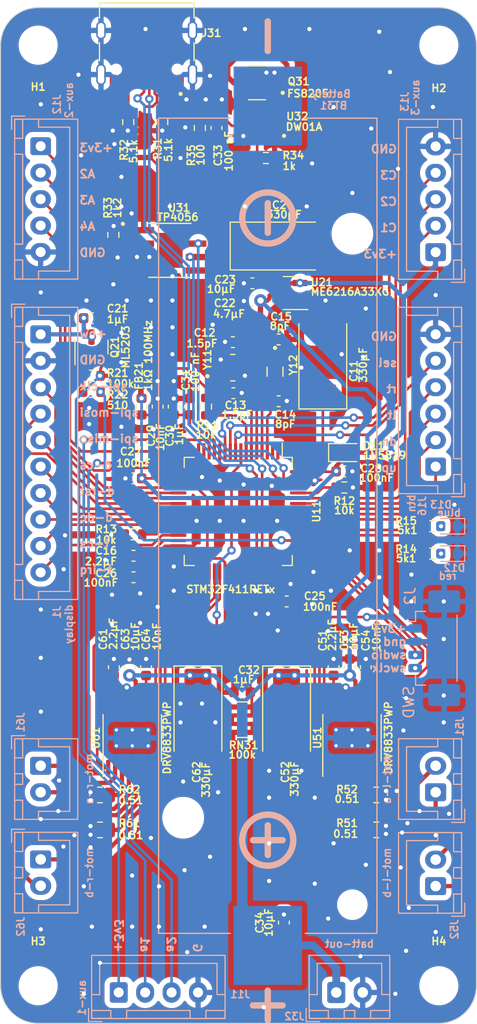
<source format=kicad_pcb>
(kicad_pcb (version 20240108) (generator "pcbnew") (generator_version "8.0")
  (layers (0 "F.Cu" signal) (31 "B.Cu" signal) (34 "B.Paste" user) (35 "F.Paste" user) (36 "B.SilkS" user "B.Silkscreen") (37 "F.SilkS" user "F.Silkscreen") (38 "B.Mask" user) (39 "F.Mask" user) (44 "Edge.Cuts" user))
  (net 0 "")
  (net 1 "+BATT")
  (net 2 "Net-(U32-GND)")
  (net 3 "Net-(D11-K)")
  (net 4 "GND")
  (net 5 "Net-(U11-PH0)")
  (net 6 "Net-(U11-PH1)")
  (net 7 "Net-(U11-PC14)")
  (net 8 "Net-(U11-PC15)")
  (net 9 "Net-(U11-VCAP1)")
  (net 10 "hwpwr")
  (net 11 "+3V3")
  (net 12 "+3.3VA")
  (net 13 "batt-info")
  (net 14 "Net-(U32-VCC)")
  (net 15 "Net-(U51-VINT)")
  (net 16 "Net-(U51-VCP)")
  (net 17 "Net-(U61-VINT)")
  (net 18 "Net-(U61-VCP)")
  (net 19 "Net-(D12-A)")
  (net 20 "Net-(D13-A)")
  (net 21 "/tch-irq")
  (net 22 "/tch-cs")
  (net 23 "/dspl-dc")
  (net 24 "/dspl-rst")
  (net 25 "/dspl-cs")
  (net 26 "/spi-miso")
  (net 27 "/spi-mosi")
  (net 28 "/spi-clk")
  (net 29 "/swdio")
  (net 30 "/swclk")
  (net 31 "/a0")
  (net 32 "/a1")
  (net 33 "/a2")
  (net 34 "/a3")
  (net 35 "/a4")
  (net 36 "/c1")
  (net 37 "/c2")
  (net 38 "/c3")
  (net 39 "/btn-up")
  (net 40 "/btn-dn")
  (net 41 "/btn-lt")
  (net 42 "/btn-rt")
  (net 43 "/btn-sel")
  (net 44 "usb-5v")
  (net 45 "/usb-d+")
  (net 46 "/usb-d-")
  (net 47 "/usb-cc1")
  (net 50 "/usb-cc2")
  (net 51 "Net-(J51-Pin_1)")
  (net 52 "Net-(J51-Pin_2)")
  (net 53 "Net-(J52-Pin_1)")
  (net 54 "Net-(J52-Pin_2)")
  (net 55 "Net-(J61-Pin_1)")
  (net 56 "Net-(J61-Pin_2)")
  (net 57 "Net-(J62-Pin_1)")
  (net 58 "Net-(J62-Pin_2)")
  (net 59 "Net-(Q21-G)")
  (net 60 "Net-(Q31-Pad2)")
  (net 61 "Net-(U32-OC)")
  (net 62 "Net-(U32-OD)")
  (net 63 "Net-(U11-NRST)")
  (net 64 "Net-(U11-BOOT0)")
  (net 65 "Net-(U11-PB2)")
  (net 66 "/led-r")
  (net 67 "/led-b")
  (net 68 "hwen")
  (net 69 "Net-(U31-PROG)")
  (net 70 "Net-(U32-CS)")
  (net 71 "Net-(U51-AISEN)")
  (net 72 "Net-(U51-BISEN)")
  (net 73 "Net-(U61-AISEN)")
  (net 74 "Net-(U61-BISEN)")
  (net 75 "Net-(RN31-R2.1)")
  (net 76 "Net-(RN31-R3.2)")
  (net 78 "/mot-r-a1")
  (net 79 "/mot-r-a2")
  (net 80 "/mot-r-b1")
  (net 81 "/mot-r-b2")
  (net 82 "/mot-l-a1")
  (net 83 "/mot-l-a2")
  (net 84 "/mot-l-b1")
  (net 85 "/mot-l-b2")
  (net 86 "/mot-l-flt")
  (net 87 "/mot-slp")
  (net 89 "/mot-r-flt")
  (net 91 "/chg-sb")
  (net 92 "/chg-act")
  (footprint "Resistor_SMD:R_0603_1608Metric" (layer "F.Cu") (at 91.631 77.0128 180)
    (property "Reference" "R14")
    (property "Value" "5k1")
  )
  (footprint "Capacitor_Tantalum_SMD:CP_EIA-7343-20_Kemet-V" (layer "F.Cu") (at 81.28 58.928 90)
    (property "Reference" "C11")
    (property "Value" "330μF")
  )
  (footprint "Diode_SMD:D_SOD-323" (layer "F.Cu") (at 83.439 67.4624)
    (property "Reference" "D11")
    (property "Value" "1N5819")
  )
  (footprint "Resistor_SMD:R_0603_1608Metric" (layer "F.Cu") (at 59.436 61.722)
    (property "Reference" "R22")
    (property "Value" "510")
  )
  (footprint "Package_SO:HTSSOP-16-1EP_4.4x5mm_P0.65mm_EP3.4x5mm_Mask2.46x2.31mm_ThermalVias" (layer "F.Cu") (at 63.257 94.4295 90)
    (property "Reference" "U61")
    (property "Value" "DRV8833PWP")
  )
  (footprint "Package_TO_SOT_SMD:SOT-23" (layer "F.Cu") (at 78.1835 52.385 180)
    (property "Reference" "U21")
    (property "Value" "ME6216A33XG")
  )
  (footprint "Resistor_SMD:R_0805_2012Metric" (layer "F.Cu") (at 86.3346 99.822 180)
    (property "Reference" "R52")
    (property "Value" "0.51")
  )
  (footprint "Capacitor_SMD:C_0603_1608Metric" (layer "F.Cu") (at 71.2216 36.7792 -90)
    (property "Reference" "C33")
    (property "Value" "100 nF")
  )
  (footprint "Capacitor_SMD:C_0603_1608Metric" (layer "F.Cu") (at 63.3722 77.216 180)
    (property "Reference" "C16")
    (property "Value" "2.2μF")
  )
  (footprint "TYPE-C-31-M-12:HRO_TYPE-C-31-M-12" (layer "F.Cu") (at 64.628 27.5612 180)
    (property "Reference" "J31")
    (property "Value" "TYPE-C-31-M-12" (hide yes))
  )
  (footprint "Resistor_SMD:R_0603_1608Metric" (layer "F.Cu") (at 91.631 74.422 180)
    (property "Reference" "R15")
    (property "Value" "5k1")
  )
  (footprint "Capacitor_SMD:C_0603_1608Metric" (layer "F.Cu") (at 68.707 63.119 -90)
    (property "Reference" "C31")
    (property "Value" "100 nF")
  )
  (footprint "Resistor_SMD:R_0603_1608Metric" (layer "F.Cu") (at 63.373 75.184 180)
    (property "Reference" "R13")
    (property "Value" "10k")
  )
  (footprint "Capacitor_SMD:C_0603_1608Metric" (layer "F.Cu") (at 83.82 87.7446 90)
    (property "Reference" "C53")
    (property "Value" "10μF")
  )
  (footprint "Package_QFP:LQFP-64_10x10mm_P0.5mm" (layer "F.Cu") (at 73.279 73.025 -90)
    (property "Reference" "U11")
    (property "Value" "STM32F411RETx")
  )
  (footprint "Capacitor_SMD:C_0603_1608Metric" (layer "F.Cu") (at 83.312 69.2404 180)
    (property "Reference" "C28")
    (property "Value" "100nF")
  )
  (footprint "MountingHole:MountingHole_3.2mm_M3" (layer "F.Cu") (at 54.356 28.956)
    (property "Reference" "H1")
    (property "Value" "MountingHole" (hide yes))
  )
  (footprint "Capacitor_SMD:C_0603_1608Metric" (layer "F.Cu") (at 64.5634 87.757 90)
    (property "Reference" "C64")
    (property "Value" "10nF")
  )
  (footprint "Capacitor_SMD:C_0603_1608Metric" (layer "F.Cu") (at 73.649 90.113)
    (property "Reference" "C32")
    (property "Value" "1μF")
  )
  (footprint "Capacitor_SMD:C_0603_1608Metric" (layer "F.Cu") (at 77.864 81.534)
    (property "Reference" "C25")
    (property "Value" "100nF")
  )
  (footprint "Capacitor_SMD:C_0603_1608Metric" (layer "F.Cu") (at 74.611 51.464 180)
    (property "Reference" "C23")
    (property "Value" "10μF")
  )
  (footprint "Capacitor_Tantalum_SMD:CP_EIA-7343-20_Kemet-V" (layer "F.Cu") (at 77.851 92.0379 -90)
    (property "Reference" "C52")
    (property "Value" "330μF")
  )
  (footprint "Capacitor_SMD:C_0603_1608Metric" (layer "F.Cu") (at 77.102 62.611 180)
    (property "Reference" "C14")
    (property "Value" "8pF")
  )
  (footprint "Resistor_SMD:R_0603_1608Metric" (layer "F.Cu") (at 66.0908 36.2204 90)
    (property "Reference" "R31")
    (property "Value" "5.1k")
  )
  (footprint "Resistor_SMD:R_0603_1608Metric" (layer "F.Cu") (at 62.8754 36.2204 90)
    (property "Reference" "R32")
    (property "Value" "5.1k")
  )
  (footprint "Capacitor_SMD:C_0603_1608Metric" (layer "F.Cu") (at 72.771 57.0265)
    (property "Reference" "C12")
    (property "Value" "1.5pF")
  )
  (footprint "Capacitor_SMD:C_0603_1608Metric" (layer "F.Cu") (at 77.597 111.887 -90)
    (property "Reference" "C34")
    (property "Value" "10μF")
  )
  (footprint "Resistor_SMD:R_0603_1608Metric" (layer "F.Cu") (at 61.468 46.8884 90)
    (property "Reference" "R33")
    (property "Value" "1k2")
  )
  (footprint "Package_TO_SOT_SMD:SOT-23" (layer "F.Cu") (at 59.4004 57.4825 90)
    (property "Reference" "Q21")
    (property "Value" "ML5203")
  )
  (footprint "Capacitor_SMD:C_0603_1608Metric" (layer "F.Cu") (at 85.344 87.7446 90)
    (property "Reference" "C54")
    (property "Value" "10nF")
  )
  (footprint "Capacitor_Tantalum_SMD:CP_EIA-7343-20_Kemet-V" (layer "F.Cu") (at 76.9295 47.94)
    (property "Reference" "C24")
    (property "Value" "330μF")
  )
  (footprint "Resistor_SMD:R_0603_1608Metric" (layer "F.Cu") (at 59.436 60.198)
    (property "Reference" "R21")
    (property "Value" "100k")
  )
  (footprint "Resistor_SMD:R_0603_1608Metric" (layer "F.Cu") (at 69.6468 36.7792 -90)
    (property "Reference" "R35")
    (property "Value" "100")
  )
  (footprint "Capacitor_SMD:C_0603_1608Metric" (layer "F.Cu") (at 63.3722 79.248 180)
    (property "Reference" "C26")
    (property "Value" "100nF")
  )
  (footprint "Resistor_SMD:R_0603_1608Metric" (layer "F.Cu") (at 75.8952 39.624)
    (property "Reference" "R34")
    (property "Value" "1k")
  )
  (footprint "Capacitor_SMD:C_0603_1608Metric" (layer "F.Cu") (at 61.5154 87.744 90)
    (property "Reference" "C61")
    (property "Value" "2.2μF")
  )
  (footprint "Capacitor_SMD:C_0603_1608Metric" (layer "F.Cu") (at 59.436 54.7624)
    (property "Reference" "C21")
    (property "Value" "1μF")
  )
  (footprint "Capacitor_SMD:C_0603_1608Metric" (layer "F.Cu") (at 65.659 63.119 -90)
    (property "Reference" "C29")
    (property "Value" "10nF")
  )
  (footprint "MountingHole:MountingHole_3.2mm_M3" (layer "F.Cu") (at 54.356 117.856)
    (property "Reference" "H3")
    (property "Value" "MountingHole" (hide yes))
  )
  (footprint "Capacitor_SMD:C_0603_1608Metric" (layer "F.Cu") (at 67.183 63.119 -90)
    (property "Reference" "C30")
    (property "Value" "1μF")
  )
  (footprint "Capacitor_SMD:C_0603_1608Metric" (layer "F.Cu") (at 74.611 53.115 180)
    (property "Reference" "C22")
    (property "Value" "4.7μF")
  )
  (footprint "TP4056:SOP127P600X175-9N" (layer "F.Cu") (at 66.8162 48.3484)
    (property "Reference" "U31")
    (property "Value" "TP4056")
  )
  (footprint "MountingHole:MountingHole_3.2mm_M3" (layer "F.Cu") (at 92.2528 28.956)
    (property "Reference" "H2")
    (property "Value" "MountingHole" (hide yes))
  )
  (footprint "Resistor_SMD:R_0603_1608Metric" (layer "F.Cu") (at 83.312 70.7644 180)
    (property "Reference" "R12")
    (property "Value" "10k")
  )
  (footprint "Capacitor_SMD:C_0603_1608Metric" (layer "F.Cu") (at 82.296 87.7446 90)
    (property "Reference" "C51")
    (property "Value" "2.2μF")
  )
  (footprint "Capacitor_SMD:C_0603_1608Metric" (layer "F.Cu") (at 72.8218 61.8525)
    (property "Reference" "C13")
    (property "Value" "1.5pF")
  )
  (footprint "Package_SO:HTSSOP-16-1EP_4.4x5mm_P0.65mm_EP3.4x5mm_Mask2.46x2.31mm_ThermalVias" (layer "F.Cu") (at 84.0376 94.4171 90)
    (property "Reference" "U51")
    (property "Value" "DRV8833PWP")
  )
  (footprint "NX3215SA-32.768K-STD-MUA-14:XTAL_NX3215SA-32.768K-STD-MUA-14" (layer "F.Cu") (at 76.7588 59.817 -90)
    (property "Reference" "Y12")
    (property "Value" "NX3215SA 32.768K" (hide yes))
  )
  (footprint "Resistor_SMD:R_0603_1608Metric" (layer "F.Cu") (at 70.231 63.119 -90)
    (property "Reference" "R11")
    (property "Value" "10k")
  )
  (footprint "FS8205:SOT95P280X145-6N" (layer "F.Cu") (at 75.057 32.512 180)
    (property "Reference" "Q31")
    (property "Value" "FS8205")
  )
  (footprint "Resistor_SMD:R_0805_2012Metric" (layer "F.Cu") (at 60.198 99.822)
    (property "Reference" "R61")
    (property "Value" "0.51")
  )
  (footprint "Capacitor_SMD:C_0603_1608Metric" (layer "F.Cu") (at 63.373 69.9008 180)
    (property "Reference" "C27")
    (property "Value" "100nF")
  )
  (footprint "Resistor_SMD:R_0805_2012Metric" (layer "F.Cu") (at 86.3346 103.124 180)
    (property "Reference" "R51")
    (property "Value" "0.51")
  )
  (footprint "Resistor_SMD:R_Array_Convex_4x0603" (layer "F.Cu") (at 73.66 92.71)
    (property "Reference" "RN31")
    (property "Value" "100k")
  )
  (footprint "TSX-3225_16.0000MF18X-AC3:XTAL_TSX-3225_16.0000MF18X-AC3" (layer "F.Cu") (at 72.771 59.4395)
    (property "Reference" "Y11")
    (property "Value" "XTAL3225 25MHz" (hide yes))
  )
  (footprint "Capacitor_Tantalum_SMD:CP_EIA-7343-20_Kemet-V" (layer "F.Cu") (at 69.469 92.0379 -90)
    (property "Reference" "C62")
    (property "Value" "330μF")
  )
  (footprint "Inductor_SMD:L_0603_1608Metric" (layer "F.Cu") (at 64.135 63.119 -90)
    (property "Reference" "FB21")
    (property "Value" "1kΩ 100MHz")
  )
  (footprint "Resistor_SMD:R_0805_2012Metric" (layer "F.Cu") (at 60.198 103.124)
    (property "Reference" "R62")
    (property "Value" "0.51")
  )
  (footprint "MountingHole:MountingHole_3.2mm_M3" (layer "F.Cu") (at 92.2528 117.856)
    (property "Reference" "H4")
    (property "Value" "MountingHole" (hide yes))
  )
  (footprint "Capacitor_SMD:C_0603_1608Metric" (layer "F.Cu") (at 63.0394 87.757 90)
    (property "Reference" "C63")
    (property "Value" "10μF")
  )
  (footprint "DW01A:SOT95P280X145-6N" (layer "F.Cu") (at 75.057 36.576 180)
    (property "Reference" "U32")
    (property "Value" "DW01A")
  )
  (footprint "Capacitor_SMD:C_0603_1608Metric" (layer "F.Cu") (at 77.102 56.769 180)
    (property "Reference" "C15")
    (property "Value" "8pF")
  )
  (footprint "Connector_Molex:Molex_PicoBlade_53398-0471_1x04-1MP_P1.25mm_Vertical" (layer "B.Cu") (at 91.2608 85.9582 -90)
    (property "Reference" "J2")
    (property "Value" "SWD")
  )
  (footprint "Connector_JST:JST_XH_B10B-XH-A_1x10_P2.50mm_Vertical" (layer "B.Cu") (at 54.593 56.2864 -90)
    (property "Reference" "J1")
    (property "Value" "display")
  )
  (footprint "Connector_JST:JST_XH_B2B-XH-A_1x02_P2.50mm_Vertical" (layer "B.Cu") (at 91.948 108.438 90)
    (property "Reference" "J52")
    (property "Value" "mot-l-b")
  )
  (footprint "Connector_JST:JST_XH_B4B-XH-A_1x04_P2.50mm_Vertical" (layer "B.Cu") (at 61.976 118.491)
    (property "Reference" "J11")
    (property "Value" "aux-1")
  )
  (footprint "Connector_JST:JST_XH_B6B-XH-A_1x06_P2.50mm_Vertical" (layer "B.Cu") (at 91.948 68.7864 90)
    (property "Reference" "J16")
    (property "Value" "btn")
  )
  (footprint "Connector_JST:JST_XH_B5B-XH-A_1x05_P2.50mm_Vertical" (layer "B.Cu") (at 91.948 48.521 90)
    (property "Reference" "J13")
    (property "Value" "aux-3")
  )
  (footprint "LED_SMD:LED_0603_1608Metric" (layer "B.Cu") (at 93.218 77.0124 180)
    (property "Reference" "D12")
    (property "Value" "red")
  )
  (footprint "Connector_JST:JST_XH_B2B-XH-A_1x02_P2.50mm_Vertical" (layer "B.Cu") (at 54.593 105.9126 -90)
    (property "Reference" "J62")
    (property "Value" "mot-r-b")
  )
  (footprint "BAT1042:BAT_1042" (layer "B.Cu") (at 76.073 74.376 -90)
    (property "Reference" "BT31")
    (property "Value" "Battery")
  )
  (footprint "Connector_JST:JST_XH_B2B-XH-A_1x02_P2.50mm_Vertical" (layer "B.Cu") (at 54.593 97.068 -90)
    (property "Reference" "J61")
    (property "Value" "mot-r-a")
  )
  (footprint "LED_SMD:LED_0603_1608Metric" (layer "B.Cu") (at 93.218 74.4224 180)
    (property "Reference" "D13")
    (property "Value" "blue")
  )
  (footprint "Connector_JST:JST_XH_B2B-XH-A_1x02_P2.50mm_Vertical" (layer "B.Cu") (at 91.948 99.568 90)
    (property "Reference" "J51")
    (property "Value" "mot-l-a")
  )
  (footprint "Connector_JST:JST_XH_B5B-XH-A_1x05_P2.50mm_Vertical" (layer "B.Cu") (at 54.593 38.5064 -90)
    (property "Reference" "J12")
    (property "Value" "aux-2")
  )
  (footprint "Connector_JST:JST_XH_B2B-XH-A_1x02_P2.50mm_Vertical" (layer "B.Cu") (at 82.55 118.491)
    (property "Reference" "J32")
    (property "Value" "batt-out")
  )
  (gr_arc (start 92.2528 25.4) (mid 94.767272 26.441528) (end 95.8088 28.956) (stroke (width 0.1)) (layer "Edge.Cuts"))
  (gr_line (start 95.8088 117.856) (end 95.8088 28.956) (stroke (width 0.1)) (layer "Edge.Cuts"))
  (gr_arc (start 54.356 121.412) (mid 51.841528 120.370472) (end 50.8 117.856) (stroke (width 0.1)) (layer "Edge.Cuts"))
  (gr_line (start 54.356 121.412) (end 92.2528 121.412) (stroke (width 0.1)) (layer "Edge.Cuts"))
  (gr_arc (start 95.8088 117.856) (mid 94.767272 120.370472) (end 92.2528 121.412) (stroke (width 0.1)) (layer "Edge.Cuts"))
  (gr_line (start 92.2528 25.4) (end 54.356 25.4) (stroke (width 0.1)) (layer "Edge.Cuts"))
  (gr_arc (start 50.8 28.956) (mid 51.841528 26.441528) (end 54.356 25.4) (stroke (width 0.1)) (layer "Edge.Cuts"))
  (gr_line (start 50.8 28.956) (end 50.8 117.856) (stroke (width 0.1)) (layer "Edge.Cuts"))
  (gr_text "G\n\na2\n\na1\n\n+3v3" (at 61.5188 114.808 270) (layer "B.SilkS") (effects (font (size 0.77 0.8) (thickness 0.18) (bold yes)) (justify left bottom mirror)))
  (gr_text "GND\n\nC3\n\nC2\n\nC1\n\n+3v3" (at 88.392 49.149 0) (layer "B.SilkS") (effects (font (size 0.77 0.8) (thickness 0.18) (bold yes)) (justify left bottom mirror)))
  (gr_text "+hw\n\nGND\n\nspi-clk\n\nspi-mosi\n\nspi-miso\n\nd-cs\n\nd-rst\n\nd-dc\n\nt-cs\n\nt-irq" (at 58.166 78.994 0) (layer "B.SilkS") (effects (font (size 0.77 0.8) (thickness 0.18) (bold yes)) (justify right bottom mirror)))
  (gr_text "+3v3\ngnd\nswdio\nswclk" (at 89.281 88.265 0) (layer "B.SilkS") (effects (font (size 0.77 0.8) (thickness 0.18) (bold yes)) (justify left bottom mirror)))
  (gr_text "GND\n\nsel\n\nrt\n\nlt\n\ndn\n\nup" (at 88.392 69.342 0) (layer "B.SilkS") (effects (font (size 0.77 0.8) (thickness 0.18) (bold yes)) (justify left bottom mirror)))
  (gr_text "+3v3\n\nA2\n\nA3\n\nA4\n\nGND" (at 58.166 49.022 0) (layer "B.SilkS") (effects (font (size 0.77 0.8) (thickness 0.18) (bold yes)) (justify right bottom mirror)))
  (segment (start 63.0428 88.392) (end 62.992 88.519) (width 0.4) (layer "F.Cu") (net 1))
  (segment (start 74.7268 54.864) (end 72.8472 54.864) (width 0.5) (layer "F.Cu") (net 1))
  (segment (start 75.386 54.2048) (end 74.7268 54.864) (width 0.5) (layer "F.Cu") (net 1))
  (segment (start 72.8472 54.864) (end 71.4756 53.4924) (width 0.5) (layer "F.Cu") (net 1))
  (segment (start 76.484 52.385) (end 77.246 52.385) (width 0.4) (layer "F.Cu") (net 1))
  (segment (start 71.4756 50.5968) (end 71.1322 50.2534) (width 0.5) (layer "F.Cu") (net 1))
  (segment (start 76.008 53.115) (end 76.23 52.893) (width 0.4) (layer "F.Cu") (net 1))
  (segment (start 84.3626 89.0622) (end 83.82 88.5196) (width 0.4) (layer "F.Cu") (net 1))
  (segment (start 71.4756 53.4924) (end 71.4756 50.5968) (width 0.5) (layer "F.Cu") (net 1))
  (segment (start 63.582 91.567) (end 63.582 89.0746) (width 0.4) (layer "F.Cu") (net 1))
  (segment (start 69.6468 37.6042) (end 69.6468 41.021) (width 0.25) (layer "F.Cu") (net 1))
  (segment (start 75.386 53.115) (end 75.3872 53.086) (width 0.4) (layer "F.Cu") (net 1))
  (segment (start 62.992 88.519) (end 63.0394 88.532) (width 0.4) (layer "F.Cu") (net 1))
  (segment (start 72.0536 91.51) (end 72.76 91.51) (width 0.25) (layer "F.Cu") (net 1))
  (segment (start 69.6468 41.021) (end 71.1327 42.5069) (width 0.25) (layer "F.Cu") (net 1))
  (segment (start 75.3872 53.086) (end 76.008 53.115) (width 0.4) (layer "F.Cu") (net 1))
  (segment (start 84.3626 91.5546) (end 84.3626 89.0622) (width 0.4) (layer "F.Cu") (net 1))
  (segment (start 71.1327 50.2529) (end 71.1322 50.2534) (width 0.25) (layer "F.Cu") (net 1))
  (segment (start 63.582 89.0746) (end 63.0394 88.532) (width 0.4) (layer "F.Cu") (net 1))
  (segment (start 71.1322 50.2534) (end 69.2912 50.2534) (width 0.5) (layer "F.Cu") (net 1))
  (segment (start 76.23 52.639) (end 76.484 52.385) (width 0.4) (layer "F.Cu") (net 1))
  (segment (start 71.1327 42.5069) (end 71.1327 50.2529) (width 0.25) (layer "F.Cu") (net 1))
  (segment (start 76.23 52.893) (end 76.23 52.639) (width 0.4) (layer "F.Cu") (net 1))
  (segment (start 69.469 88.9254) (end 72.0536 91.51) (width 0.25) (layer "F.Cu") (net 1))
  (segment (start 75.386 53.115) (end 75.386 54.2048) (width 0.5) (layer "F.Cu") (net 1))
  (via (at 68.707 88.519) (size 0.8) (drill 0.4) (layers "F.Cu" "B.Cu") (net 1))
  (via (at 83.82 88.519) (size 1.2) (drill 0.6) (layers "F.Cu" "B.Cu") (net 1))
  (via (at 75.3872 53.086) (size 1.2) (drill 0.6) (layers "F.Cu" "B.Cu") (net 1))
  (via (at 70.231 88.519) (size 0.8) (drill 0.4) (layers "F.Cu" "B.Cu") (net 1))
  (via (at 78.613 88.519) (size 0.8) (drill 0.4) (layers "F.Cu" "B.Cu") (net 1))
  (via (at 77.597 111.125) (size 0.8) (drill 0.4) (layers "F.Cu" "B.Cu") (net 1))
  (via (at 77.089 88.519) (size 0.8) (drill 0.4) (layers "F.Cu" "B.Cu") (net 1))
  (via (at 62.992 88.519) (size 1.2) (drill 0.6) (layers "F.Cu" "B.Cu") (net 1))
  (segment (start 78.613 88.519) (end 77.089 88.519) (width 0.4) (layer "B.Cu") (net 1))
  (segment (start 62.992 88.519) (end 68.707 88.519) (width 0.4) (layer "B.Cu") (net 1))
  (segment (start 86.614 64.77) (end 86.614 62.738) (width 0.4) (layer "B.Cu") (net 1))
  (segment (start 82.55 116.205) (end 80.391 114.046) (width 0.75) (layer "B.Cu") (net 1))
  (segment (start 82.804 81.788) (end 85.4964 79.0956) (width 0.4) (layer "B.Cu") (net 1))
  (segment (start 77.089 88.519) (end 76.327 88.519) (width 0.4) (layer "B.Cu") (net 1))
  (segment (start 73.66 111.633) (end 76.073 114.046) (width 1) (layer "B.Cu") (net 1))
  (segment (start 70.993 88.519) (end 73.66 91.186) (width 0.4) (layer "B.Cu") (net 1))
  (segment (start 85.344 61.468) (end 83.7692 61.468) (width 0.4) (layer "B.Cu") (net 1))
  (segment (start 82.55 118.491) (end 82.55 116.205) (width 0.75) (layer "B.Cu") (net 1))
  (segment (start 85.4964 65.8876) (end 86.614 64.77) (width 0.4) (layer "B.Cu") (net 1))
  (segment (start 86.614 62.738) (end 85.344 61.468) (width 0.4) (layer "B.Cu") (net 1))
  (segment (start 83.82 88.519) (end 83.82 84.582) (width 0.4) (layer "B.Cu") (net 1))
  (segment (start 83.82 88.519) (end 78.613 88.519) (width 0.4) (layer "B.Cu") (net 1))
  (segment (start 70.231 88.519) (end 70.993 88.519) (width 0.4) (layer "B.Cu") (net 1))
  (segment (start 83.7692 61.468) (end 75.3872 53.086) (width 0.4) (layer "B.Cu") (net 1))
  (segment (start 82.804 83.566) (end 82.804 81.788) (width 0.4) (layer "B.Cu") (net 1))
  (segment (start 83.82 84.582) (end 82.804 83.566) (width 0.4) (layer "B.Cu") (net 1))
  (segment (start 73.66 91.186) (end 73.66 111.633) (width 1) (layer "B.Cu") (net 1))
  (segment (start 76.327 88.519) (end 73.66 91.186) (width 0.4) (layer "B.Cu") (net 1))
  (segment (start 85.4964 79.0956) (end 85.4964 65.8876) (width 0.4) (layer "B.Cu") (net 1))
  (segment (start 68.707 88.519) (end 70.231 88.519) (width 0.4) (layer "B.Cu") (net 1))
  (segment (start 80.391 114.046) (end 76.073 114.046) (width 0.75) (layer "B.Cu") (net 1))
  (segment (start 71.2498 37.526) (end 71.2216 37.5542) (width 0.25) (layer "F.Cu") (net 2))
  (segment (start 73.802 37.526) (end 71.2498 37.526) (width 0.25) (layer "F.Cu") (net 2))
  (via (at 73.7616 37.5412) (size 0.8) (drill 0.4) (layers "F.Cu" "B.Cu") (net 2))
  (via (at 76.708 31.5468) (size 0.8) (drill 0.4) (layers "F.Cu" "B.Cu") (net 2))
  (via (at 75.946 31.5468) (size 0.8) (drill 0.4) (layers "F.Cu" "B.Cu") (net 2))
  (segment (start 81.28 62.0405) (end 81.28 67.4624) (width 0.25) (layer "F.Cu") (net 3))
  (segment (start 82.389 67.4624) (end 81.28 67.4624) (width 0.25) (layer "F.Cu") (net 3))
  (segment (start 77.1414 67.4624) (end 77.029 67.35) (width 0.25) (layer "F.Cu") (net 3))
  (segment (start 77.002403 67.533831) (end 77.002403 67.523597) (width 0.25) (layer "F.Cu") (net 3))
  (segment (start 81.28 67.4624) (end 77.1414 67.4624) (width 0.25) (layer "F.Cu") (net 3))
  (segment (start 78.954 69.775) (end 80.189 69.775) (width 0.25) (layer "F.Cu") (net 4))
  (segment (start 80.189 69.775) (end 80.518 70.104) (width 0.25) (layer "F.Cu") (net 4))
  (segment (start 61.428 32.3112) (end 61.428 33.6188) (width 0.5) (layer "F.Cu") (net 4))
  (segment (start 73.9125 60.198) (end 73.914 60.198) (width 0.25) (layer "F.Cu") (net 4))
  (segment (start 71.671 58.6395) (end 71.6365 58.6395) (width 0.25) (layer "F.Cu") (net 4))
  (segment (start 62.932 89.856) (end 62.738 89.662) (width 0.4) (layer "F.Cu") (net 4))
  (segment (start 62.5734 46.0634) (end 61.5066 46.0634) (width 0.4) (layer "F.Cu") (net 4))
  (segment (start 87.2471 99.822) (end 87.884 99.822) (width 0.5) (layer "F.Cu") (net 4))
  (segment (start 61.4802 46.0634) (end 61.468 46.0634) (width 0.4) (layer "F.Cu") (net 4))
  (segment (start 76.529 78.7) (end 76.529 80.0366) (width 0.25) (layer "F.Cu") (net 4))
  (segment (start 73.914 60.1965) (end 73.871 60.2395) (width 0.25) (layer "F.Cu") (net 4))
  (segment (start 61.5066 46.0634) (end 61.4934 46.0502) (width 0.4) (layer "F.Cu") (net 4))
  (segment (start 61.4934 46.0502) (end 61.4802 46.0634) (width 0.4) (layer "F.Cu") (net 4))
  (segment (start 71.996 57.0265) (end 72.0344 56.9976) (width 0.25) (layer "F.Cu") (net 4))
  (segment (start 76.312 33.462) (end 78.2168 33.462) (width 0.6) (layer "F.Cu") (net 4))
  (segment (start 83.7126 91.5546) (end 83.7126 89.9356) (width 0.4) (layer "F.Cu") (net 4))
  (segment (start 71.7055 58.6395) (end 72.1015 58.6395) (width 0.25) (layer "F.Cu") (net 4))
  (segment (start 72.0344 56.9976) (end 71.996 58.3145) (width 0.25) (layer "F.Cu") (net 4))
  (segment (start 73.6092 61.8236) (end 73.5968 61.8112) (width 0.25) (layer "F.Cu") (net 4))
  (segment (start 69.342 76.021) (end 69.088 76.275) (width 0.25) (layer "F.Cu") (net 4))
  (segment (start 73.7015 60.2395) (end 73.871 60.2395) (width 0.25) (layer "F.Cu") (net 4))
  (segment (start 83.7126 89.9356) (end 83.439 89.662) (width 0.4) (layer "F.Cu") (net 4))
  (segment (start 69.8488 69.775) (end 69.85 69.7738) (width 0.25) (layer "F.Cu") (net 4))
  (segment (start 71.628 58.674) (end 71.7055 58.6395) (width 0.25) (layer "F.Cu") (net 4))
  (segment (start 69.342 73.914) (end 69.342 76.021) (width 0.25) (layer "F.Cu") (net 4))
  (segment (start 64.390396 78.232) (end 61.341 78.232) (width 0.25) (layer "F.Cu") (net 4))
  (segment (start 71.6365 58.6395) (end 71.628 58.674) (width 0.25) (layer "F.Cu") (net 4))
  (segment (start 72.1015 58.6395) (end 73.7015 60.2395) (width 0.25) (layer "F.Cu") (net 4))
  (segment (start 73.5968 61.836) (end 73.6092 61.8236) (width 0.25) (layer "F.Cu") (net 4))
  (segment (start 68.3768 34.1376) (end 68.326 34.0868) (width 0.5) (layer "F.Cu") (net 4))
  (segment (start 73.914 60.198) (end 73.914 60.1965) (width 0.25) (layer "F.Cu") (net 4))
  (segment (start 73.5968 60.5137) (end 73.9125 60.198) (width 0.25) (layer "F.Cu") (net 4))
  (segment (start 68.3768 34.0868) (end 68.3768 34.1376) (width 0.5) (layer "F.Cu") (net 4))
  (segment (start 66.347396 76.275) (end 64.390396 78.232) (width 0.25) (layer "F.Cu") (net 4))
  (segment (start 87.884 99.822) (end 88.265 99.441) (width 0.5) (layer "F.Cu") (net 4))
  (segment (start 76.529 80.0366) (end 76.0476 80.518) (width 0.25) (layer "F.Cu") (net 4))
  (segment (start 67.604 69.775) (end 69.8488 69.775) (width 0.25) (layer "F.Cu") (net 4))
  (segment (start 68.326 34.0868) (end 68.3768 34.0868) (width 0.5) (layer "F.Cu") (net 4))
  (segment (start 67.828 33.5888) (end 68.326 34.0868) (width 0.5) (layer "F.Cu") (net 4))
  (segment (start 67.604 76.275) (end 69.088 76.275) (width 0.25) (layer "F.Cu") (net 4))
  (segment (start 67.604 76.275) (end 66.347396 76.275) (width 0.25) (layer "F.Cu") (net 4))
  (segment (start 67.828 32.3112) (end 67.828 33.5888) (width 0.5) (layer "F.Cu") (net 4))
  (segment (start 71.996 58.3145) (end 71.671 58.6395) (width 0.25) (layer "F.Cu") (net 4))
  (segment (start 71.529 67.35) (end 71.529 70.1014) (width 0.25) (layer "F.Cu") (net 4))
  (segment (start 73.5968 61.8525) (end 73.5968 61.836) (width 0.25) (layer "F.Cu") (net 4))
  (segment (start 61.428 33.6188) (end 60.96 34.0868) (width 0.5) (layer "F.Cu") (net 4))
  (segment (start 73.5968 61.8112) (end 73.5968 60.5137) (width 0.25) (layer "F.Cu") (net 4))
  (segment (start 71.529 70.1014) (end 71.5264 70.104) (width 0.25) (layer "F.Cu") (net 4))
  (segment (start 62.932 91.567) (end 62.932 89.856) (width 0.4) (layer "F.Cu") (net 4))
  (segment (start 62.9534 46.4434) (end 62.5734 46.0634) (width 0.4) (layer "F.Cu") (net 4))
  (segment (start 64.3412 46.4434) (end 62.9534 46.4434) (width 0.4) (layer "F.Cu") (net 4))
  (via (at 65.024 58.166) (size 0.8) (drill 0.4) (layers "F.Cu" "B.Cu") (net 4))
  (via (at 64.5668 86.9696) (size 0.8) (drill 0.4) (layers "F.Cu" "B.Cu") (net 4))
  (via (at 84.836 115.062) (size 0.8) (drill 0.4) (layers "F.Cu" "B.Cu") (net 4))
  (via (at 61.341 80.899) (size 0.8) (drill 0.4) (layers "F.Cu" "B.Cu") (net 4))
  (via (at 71.5264 73.914) (size 0.8) (drill 0.4) (layers "F.Cu" "B.Cu") (net 4))
  (via (at 68.453 114.681) (size 0.8) (drill 0.4) (layers "F.Cu" "B.Cu") (net 4))
  (via (at 59.309 99.568) (size 0.8) (drill 0.4) (layers "F.Cu" "B.Cu") (net 4))
  (via (at 79.248 59.436) (size 0.8) (drill 0.4) (layers "F.Cu" "B.Cu") (net 4))
  (via (at 80.518 108.204) (size 0.8) (drill 0.4) (layers "F.Cu" "B.Cu") (net 4))
  (via (at 86.614 79.248) (size 0.8) (drill 0.4) (layers "F.Cu" "B.Cu") (net 4))
  (via (at 70.866 55.372) (size 0.8) (drill 0.4) (layers "F.Cu" "B.Cu") (net 4))
  (via (at 85.344 86.9696) (size 0.8) (drill 0.4) (layers "F.Cu" "B.Cu") (net 4))
  (via (at 60.706 77.597) (size 0.8) (drill 0.4) (layers "F.Cu" "B.Cu") (net 4))
  (via (at 76.0984 82.7024) (size 0.8) (drill 0.4) (layers "F.Cu" "B.Cu") (net 4))
  (via (at 56.7436 104.6988) (size 0.8) (drill 0.4) (layers "F.Cu" "B.Cu") (net 4))
  (via (at 90.424 101.346) (size 0.8) (drill 0.4) (layers "F.Cu" "B.Cu") (net 4))
  (via (at 61.2648 75.2348) (size 0.8) (drill 0.4) (layers "F.Cu" "B.Cu") (net 4))
  (via (at 77.0128 84.2772) (size 0.8) (drill 0.4) (layers "F.Cu" "B.Cu") (net 4))
  (via (at 54.61 112.522) (size 0.8) (drill 0.4) (layers "F.Cu" "B.Cu") (net 4))
  (via (at 68.2752 36.7284) (size 0.8) (drill 0.4) (layers "F.Cu" "B.Cu") (net 4))
  (via (at 63.1952 44.8564) (size 0.8) (drill 0.4) (layers "F.Cu" "B.Cu") (net 4))
  (via (at 81.788 111.506) (size 0.8) (drill 0.4) (layers "F.Cu" "B.Cu") (net 4))
  (via (at 67.056 50.8) (size 0.8) (drill 0.4) (layers "F.Cu" "B.Cu") (net 4))
  (via (at 82.296 86.9696) (size 0.8) (drill 0.4) (layers "F.Cu" "B.Cu") (net 4))
  (via (at 62.23 44.196) (size 0.8) (drill 0.4) (layers "F.Cu" "B.Cu") (net 4))
  (via (at 56.769 78.486) (size 0.8) (drill 0.4) (layers "F.Cu" "B.Cu") (net 4))
  (via (at 59.309 102.7684) (size 0.8) (drill 0.4) (layers "F.Cu" "B.Cu") (net 4))
  (via (at 59.182 64.77) (size 0.8) (drill 0.4) (layers "F.Cu" "B.Cu") (net 4))
  (via (at 68.199 106.934) (size 0.8) (drill 0.4) (layers "F.Cu" "B.Cu") (net 4))
  (via (at 67.056 58.166) (size 0.8) (drill 0.4) (layers "F.Cu" "B.Cu") (net 4))
  (via (at 76.2 97.536) (size 0.8) (drill 0.4) (layers "F.Cu" "B.Cu") (net 4))
  (via (at 61.4172 37.0332) (size 0.8) (drill 0.4) (layers "F.Cu" "B.Cu") (net 4))
  (via (at 88.265 99.441) (size 0.8) (drill 0.4) (layers "F.Cu" "B.Cu") (net 4))
  (via (at 84.1248 70.7644) (size 0.8) (drill 0.4) (layers "F.Cu" "B.Cu") (net 4))
  (via (at 67.056 65.278) (size 0.8) (drill 0.4) (layers "F.Cu" "B.Cu") (net 4))
  (via (at 69.85 91.186) (size 0.8) (drill 0.4) (layers "F.Cu" "B.Cu") (net 4))
  (via (at 62.738 53.086) (size 0.8) (drill 0.4) (layers "F.Cu" "B.Cu") (net 4))
  (via (at 70.2056 34.0868) (size 0.8) (drill 0.4) (layers "F.Cu" "B.Cu") (net 4))
  (via (at 65.659 60.706) (size 0.8) (drill 0.4) (layers "F.Cu" "B.Cu") (net 4))
  (via (at 81.534 53.086) (size 0.8) (drill 0.4) (layers "F.Cu" "B.Cu") (net 4))
  (via (at 87.249 102.743) (size 0.8) (drill 0.4) (layers "F.Cu" "B.Cu") (net 4))
  (via (at 87.249 99.441) (size 0.8) (drill 0.4) (layers "F.Cu" "B.Cu") (net 4))
  (via (at 65.786 112.268) (size 0.8) (drill 0.4) (layers "F.Cu" "B.Cu") (net 4))
  (via (at 87.249 103.505) (size 0.8) (drill 0.4) (layers "F.Cu" "B.Cu") (net 4))
  (via (at 88.138 118.618) (size 0.8) (drill 0.4) (layers "F.Cu" "B.Cu") (net 4))
  (via (at 61.5188 86.9696) (size 0.8) (drill 0.4) (layers "F.Cu" "B.Cu") (net 4))
  (via (at 59.182 63.246) (size 0.8) (drill 0.4) (layers "F.Cu" "B.Cu") (net 4))
  (via (at 76.0476 80.518) (size 0.8) (drill 0.4) (layers "F.Cu" "B.Cu") (net 4))
  (via (at 91.948 112.776) (size 0.8) (drill 0.4) (layers "F.Cu" "B.Cu") (net 4))
  (via (at 91.948 103.632) (size 0.8) (drill 0.4) (layers "F.Cu" "B.Cu") (net 4))
  (via (at 63.7032 48.9712) (size 0.8) (drill 0.4) (layers "F.Cu" "B.Cu") (net 4))
  (via (at 93.218 101.6) (size 0.8) (drill 0.4) (layers "F.Cu" "B.Cu") (net 4))
  (via (at 54.61 82.296) (size 0.8) (drill 0.4) (layers "F.Cu" "B.Cu") (net 4))
  (via (at 62.738 89.662) (size 0.8) (drill 0.4) (layers "F.Cu" "B.Cu") (net 4))
  (via (at 87.249 100.2792) (size 0.8) (drill 0.4) (layers "F.Cu" "B.Cu") (net 4))
  (via (at 67.056 53.086) (size 0.8) (drill 0.4) (layers "F.Cu" "B.Cu") (net 4))
  (via (at 78.232 79.883) (size 0.8) (drill 0.4) (layers "F.Cu" "B.Cu") (net 4))
  (via (at 67.183 78.232) (size 0.8) (drill 0.4) (layers "F.Cu" "B.Cu") (net 4))
  (via (at 58.928 53.086) (size 0.8) (drill 0.4) (layers "F.Cu" "B.Cu") (net 4))
  (via (at 69.342 73.914) (size 0.8) (drill 0.4) (layers "F.Cu" "B.Cu") (net 4))
  (via (at 59.309 103.5812) (size 0.8) (drill 0.4) (layers "F.Cu" "B.Cu") (net 4))
  (via (at 83.058 58.166) (size 0.8) (drill 0.4) (layers "F.Cu" "B.Cu") (net 4))
  (via (at 77.8764 62.5856) (size 0.8) (drill 0.4) (layers "F.Cu" "B.Cu") (net 4))
  (via (at 73.914 60.198) (size 0.8) (drill 0.4) (layers "F.Cu" "B.Cu") (net 4))
  (via (at 62.23 61.976) (size 0.8) (drill 0.4) (layers "F.Cu" "B.Cu") (net 4))
  (via (at 61.5696 38.3032) (size 0.8) (drill 0.4) (layers "F.Cu" "B.Cu") (net 4))
  (via (at 58.674 118.618) (size 0.8) (drill 0.4) (layers "F.Cu" "B.Cu") (net 4))
  (via (at 76.2 107.95) (size 0.8) (drill 0.4) (layers "F.Cu" "B.Cu") (net 4))
  (via (at 73.8124 53.1368) (size 0.8) (drill 0.4) (layers "F.Cu" "B.Cu") (net 4))
  (via (at 56.261 101.346) (size 0.8) (drill 0.4) (layers "F.Cu" "B.Cu") (net 4))
  (via (at 73.6092 61.8236) (size 0.8) (drill 0.4) (layers "F.Cu" "B.Cu") (net 4))
  (via (at 63.246 107.442) (size 0.8) (drill 0.4) (layers "F.Cu" "B.Cu") (net 4))
  (via (at 70.104 112.268) (size 0.8) (drill 0.4) (layers "F.Cu" "B.Cu") (net 4))
  (via (at 54.61 34.544) (size 0.8) (drill 0.4) (layers "F.Cu" "B.Cu") (net 4))
  (via (at 88.9 93.726) (size 0.8) (drill 0.4) (layers "F.Cu" "B.Cu") (net 4))
  (via (at 76.454 70.612) (size 0.8) (drill 0.4) (layers "F.Cu" "B.Cu") (net 4))
  (via (at 72.0344 56.9976) (size 0.8) (drill 0.4) (layers "F.Cu" "B.Cu") (net 4))
  (via (at 89.662 78.994) (size 0.8) (drill 0.4) (layers "F.Cu" "B.Cu") (net 4))
  (via (at 58.674 108.458) (size 0.8) (drill 0.4) (layers "F.Cu" "B.Cu") (net 4))
  (via (at 85.344 53.848) (size 0.8) (drill 0.4) (layers "F.Cu" "B.Cu") (net 4))
  (via (at 92.71 90.424) (size 0.8) (drill 0.4) (layers "F.Cu" "B.Cu") (net 4))
  (via (at 76.2 104.394) (size 0.8) (drill 0.4) (layers "F.Cu" "B.Cu") (net 4))
  (via (at 71.5264 70.104) (size 0.8) (drill 0.4) (layers "F.Cu" "B.Cu") (net 4))
  (via (at 71.7296 34.0868) (size 0.8) (drill 0.4) (layers "F.Cu" "B.Cu") (net 4))
  (via (at 86.614 27.686) (size 0.8) (drill 0.4) (layers "F.Cu" "B.Cu") (net 4))
  (via (at 68.3768 34.0868) (size 0.8) (drill 0.4) (layers "F.Cu" "B.Cu") (net 4))
  (via (at 88.646 106.68) (size 0.8) (drill 0.4) (layers "F.Cu" "B.Cu") (net 4))
  (via (at 79.756 44.196) (size 0.8) (drill 0.4) (layers "F.Cu" "B.Cu") (net 4))
  (via (at 82.296 104.394) (size 0.8) (drill 0.4) (layers "F.Cu" "B.Cu") (net 4))
  (via (at 88.773 103.378) (size 0.8) (drill 0.4) (layers "F.Cu" "B.Cu") (net 4))
  (via (at 61.4934 46.0502) (size 0.8) (drill 0.4) (layers "F.Cu" "B.Cu") (net 4))
  (via (at 82.296 34.798) (size 0.8) (drill 0.4) (layers "F.Cu" "B.Cu") (net 4))
  (via (at 85.852 36.83) (size 0.8) (drill 0.4) (layers "F.Cu" "B.Cu") (net 4))
  (via (at 65.024 103.886) (size 0.8) (drill 0.4) (layers "F.Cu" "B.Cu") (net 4))
  (via (at 58.166 31.75) (size 0.8) (drill 0.4) (layers "F.Cu" "B.Cu") (net 4))
  (via (at 54.61 52.324) (size 0.8) (drill 0.4) (layers "F.Cu" "B.Cu") (net 4))
  (via (at 56.3372 98.4504) (size 0.8) (drill 0.4) (layers "F.Cu" "B.Cu") (net 4))
  (via (at 73.787 73.914) (size 0.8) (drill 0.4) (layers "F.Cu" "B.Cu") (net 4))
  (via (at 76.2 100.076) (size 0.8) (drill 0.4) (layers "F.Cu" "B.Cu") (net 4))
  (via (at 64.516 27.432) (size 0.8) (drill 0.4) (layers "F.Cu" "B.Cu") (net 4))
  (via (at 62.8396 37.0332) (size 0.8) (drill 0.4) (layers "F.Cu" "B.Cu") (net 4))
  (via (at 63.246 112.268) (size 0.8) (drill 0.4) (layers "F.Cu" "B.Cu") (net 4))
  (via (at 64.8716 48.9712) (size 0.8) (drill 0.4) (layers "F.Cu" "B.Cu") (net 4))
  (via (at 66.802 44.196) (size 0.8) (drill 0.4) (layers "F.Cu" "B.Cu") (net 4))
  (via (at 79.248 97.536) (size 0.8) (drill 0.4) (layers "F.Cu" "B.Cu") (net 4))
  (via (at 62.992 87.0204) (size 0.8) (drill 0.4) (layers "F.Cu" "B.Cu") (net 4))
  (via (at 76.962 73.914) (size 0.8) (drill 0.4) (layers "F.Cu" "B.Cu") (net 4))
  (via (at 88.392 40.64) (size 0.8) (drill 0.4) (layers "F.Cu" "B.Cu") (net 4))
  (via (at 61.8744 49.022) (size 0.8) (drill 0.4) (layers "F.Cu" "B.Cu") (net 4))
  (via (at 80.518 100.076) (size 0.8) (drill 0.4) (layers "F.Cu" "B.Cu") (net 4))
  (via (at 80.264 40.132) (size 0.8) (drill 0.4) (layers "F.Cu" "B.Cu") (net 4))
  (via (at 71.12 92.964) (size 0.8) (drill 0.4) (layers "F.Cu" "B.Cu") (net 4))
  (via (at 80.391 78.74) (size 0.8) (drill 0.4) (layers "F.Cu" "B.Cu") (net 4))
  (via (at 67.818 91.186) (size 0.8) (drill 0.4) (layers "F.Cu" "B.Cu") (net 4))
  (via (at 74.93 82.7024) (size 0.8) (drill 0.4) (layers "F.Cu" "B.Cu") (net 4))
  (via (at 73.914 27.432) (size 0.8) (drill 0.4) (layers "F.Cu" "B.Cu") (net 4))
  (via (at 82.042 80.518) (size 0.8) (drill 0.4) (layers "F.Cu" "B.Cu") (net 4))
  (via (at 75.692 119.888) (size 0.8) (drill 0.4) (layers "F.Cu" "B.Cu") (net 4))
  (via (at 67.183 62.357) (size 0.8) (drill 0.4) (layers "F.Cu" "B.Cu") (net 4))
  (via (at 80.01 27.432) (size 0.8) (drill 0.4) (layers "F.Cu" "B.Cu") (net 4))
  (via (at 84.074 69.2404) (size 0.8) (drill 0.4) (layers "F.Cu" "B.Cu") (net 4))
  (via (at 91.694 34.798) (size 0.8) (drill 0.4) (layers "F.Cu" "B.Cu") (net 4))
  (via (at 65.278 65.278) (size 0.8) (drill 0.4) (layers "F.Cu" "B.Cu") (net 4))
  (via (at 64.008 83.566) (size 0.8) (drill 0.4) (layers "F.Cu" "B.Cu") (net 4))
  (via (at 64.008 80.772) (size 0.8) (drill 0.4) (layers "F.Cu" "B.Cu") (net 4))
  (via (at 65.659 62.357) (size 0.8) (drill 0.4) (layers "F.Cu" "B.Cu") (net 4))
  (via (at 83.82 76.708) (size 0.8) (drill 0.4) (layers "F.Cu" "B.Cu") (net 4))
  (via (at 81.788 84.328) (size 0.8) (drill 0.4) (layers "F.Cu" "B.Cu") (net 4))
  (via (at 62.611 69.9008) (size 0.8) (drill 0.4) (layers "F.Cu" "B.Cu") (net 4))
  (via (at 73.8124 51.4604) (size 0.8) (drill 0.4) (layers "F.Cu" "B.Cu") (net 4))
  (via (at 67.183 60.706) (size 0.8) (drill 0.4) (layers "F.Cu" "B.Cu") (net 4))
  (via (at 65.024 55.626) (size 0.8) (drill 0.4) (layers "F.Cu" "B.Cu") (net 4))
  (via (at 84.074 42.926) (size 0.8) (drill 0.4) (layers "F.Cu" "B.Cu") (net 4))
  (via (at 85.344 106.426) (size 0.8) (drill 0.4) (layers "F.Cu" "B.Cu") (net 4))
  (via (at 54.61 91.948) (size 0.8) (drill 0.4) (layers "F.Cu" "B.Cu") (net 4))
  (via (at 65.659 82.042) (size 0.8) (drill 0.4) (layers "F.Cu" "B.Cu") (net 4))
  (via (at 61.341 83.693) (size 0.8) (drill 0.4) (layers "F.Cu" "B.Cu") (net 4))
  (via (at 60.198 115.697) (size 0.8) (drill 0.4) (layers "F.Cu" "B.Cu") (net 4))
  (via (at 89.154 90.678) (size 0.8) (drill 0.4) (layers "F.Cu" "B.Cu") (net 4))
  (via (at 62.23 65.024) (size 0.8) (drill 0.4) (layers "F.Cu" "B.Cu") (net 4))
  (via (at 66.0908 37.0332) (size 0.8) (drill 0.4) (layers "F.Cu" "B.Cu") (net 4))
  (via (at 68.072 98.552) (size 0.8) (drill 0.4) (layers "F.Cu" "B.Cu") (net 4))
  (via (at 62.23 41.402) (size 0.8) (drill 0.4) (layers "F.Cu" "B.Cu") (net 4))
  (via (at 85.09 58.42) (size 0.8) (drill 0.4) (layers "F.Cu" "B.Cu") (net 4))
  (via (at 91.948 52.578) (size 0.8) (drill 0.4) (layers "F.Cu" "B.Cu") (net 4))
  (via (at 89.154 114.554) (size 0.8) (drill 0.4) (layers "F.Cu" "B.Cu") (net 4))
  (via (at 70.612 31.8516) (size 0.8) (drill 0.4) (layers "F.Cu" "B.Cu") (net 4))
  (via (at 54.61 102.108) (size 0.8) (drill 0.4) (layers "F.Cu" "B.Cu") (net 4))
  (via (at 89.408 110.49) (size 0.8) (drill 0.4) (layers "F.Cu" "B.Cu") (net 4))
  (via (at 59.436 112.268) (size 0.8) (drill 0.4) (layers "F.Cu" "B.Cu") (net 4))
  (via (at 59.309 104.775) (size 0.8) (drill 0.4) (layers "F.Cu" "B.Cu") (net 4))
  (via (at 54.61 86.868) (size 0.8) (drill 0.4) (layers "F.Cu" "B.Cu") (net 4))
  (via (at 71.374 99.568) (size 0.8) (drill 0.4) (layers "F.Cu" "B.Cu") (net 4))
  (via (at 74.93 80.518) (size 0.8) (drill 0.4) (layers "F.Cu" "B.Cu") (net 4))
  (via (at 69.85 69.7738) (size 0.8) (drill 0.4) (layers "F.Cu" "B.Cu") (net 4))
  (via (at 89.281 102.489) (size 0.8) (drill 0.4) (layers "F.Cu" "B.Cu") (net 4))
  (via (at 92.71 92.964) (size 0.8) (drill 0.4) (layers "F.Cu" "B.Cu") (net 4))
  (via (at 67.818 92.964) (size 0.8) (drill 0.4) (layers "F.Cu" "B.Cu") (net 4))
  (via (at 70.612 105.664) (size 0.8) (drill 0.4) (layers "F.Cu" "B.Cu") (net 4))
  (via (at 92.71 85.09) (size 0.8) (drill 0.4) (layers "F.Cu" "B.Cu") (net 4))
  (via (at 86.614 76.708) (size 0.8) (drill 0.4) (layers "F.Cu" "B.Cu") (net 4))
  (via (at 73.914 44.196) (size 0.8) (drill 0.4) (layers "F.Cu" "B.Cu") (net 4))
  (via (at 67.818 39.624) (size 0.8) (drill 0.4) (layers "F.Cu" "B.Cu") (net 4))
  (via (at 62.8396 38.354) (size 0.8) (drill 0.4) (layers "F.Cu" "B.Cu") (net 4))
  (via (at 80.518 70.104) (size 0.8) (drill 0.4) (layers "F.Cu" "B.Cu") (net 4))
  (via (at 92.71 81.534) (size 0.8) (drill 0.4) (layers "F.Cu" "B.Cu") (net 4))
  (via (at 67.056 55.626) (size 0.8) (drill 0.4) (layers "F.Cu" "B.Cu") (net 4))
  (via (at 61.468 51.562) (size 0.8) (drill 0.4) (layers "F.Cu" "B.Cu") (net 4))
  (via (at 73.787 70.485) (size 0.8) (drill 0.4) (layers "F.Cu" "B.Cu") (net 4))
  (via (at 56.896 75.2856) (size 0.8) (drill 0.4) (layers "F.Cu" "B.Cu") (net 4))
  (via (at 67.183 80.518) (size 0.8) (drill 0.4) (layers "F.Cu" "B.Cu") (net 4))
  (via (at 71.628 58.674) (size 0.8) (drill 0.4) (layers "F.Cu" "B.Cu") (net 4))
  (via (at 62.23 58.928) (size 0.8) (drill 0.4) (layers "F.Cu" "B.Cu") (net 4))
  (via (at 57.785 103.632) (size 0.8) (drill 0.4) (layers "F.Cu" "B.Cu") (net 4))
  (via (at 62.23 56.134) (size 0.8) (drill 0.4) (layers "F.Cu" "B.Cu") (net 4))
  (via (at 58.42 39.37) (size 0.8) (drill 0.4) (layers "F.Cu" "B.Cu") (net 4))
  (via (at 80.264 81.788) (size 0.8) (drill 0.4) (layers "F.Cu" "B.Cu") (net 4))
  (via (at 59.309 100.33) (size 0.8) (drill 0.4) (layers "F.Cu" "B.Cu") (net 4))
  (via (at 93.726 72.39) (size 0.8) (drill 0.4) (layers "F.Cu" "B.Cu") (net 4))
  (via (at 89.662 81.534) (size 0.8) (drill 0.4) (layers "F.Cu" "B.Cu") (net 4))
  (via (at 65.024 53.086) (size 0.8) (drill 0.4) (layers "F.Cu" "B.Cu") (net 4))
  (via (at 86.614 68.834) (size 0.8) (drill 0.4) (layers "F.Cu" "B.Cu") (net 4))
  (via (at 65.786 108.458) (size 0.8) (drill 0.4) (layers "F.Cu" "B.Cu") (net 4))
  (via (at 87.63 31.496) (size 0.8) (drill 0.4) (layers "F.Cu" "B.Cu") (net 4))
  (via (at 83.439 89.662) (size 0.8) (drill 0.4) (layers "F.Cu" "B.Cu") (net 4))
  (via (at 86.614 70.358) (size 0.8) (drill 0.4) (layers "F.Cu" "B.Cu") (net 4))
  (segment (start 73.546 58.3145) (end 73.871 58.6395) (width 0.25) (layer "F.Cu") (net 5))
  (segment (start 75.029 67.35) (end 75.029 58.9) (width 0.25) (layer "F.Cu") (net 5))
  (segment (start 73.546 57.0265) (end 73.546 58.3145) (width 0.25) (layer "F.Cu") (net 5))
  (segment (start 74.7685 58.6395) (end 73.871 58.6395) (width 0.25) (layer "F.Cu") (net 5))
  (segment (start 75.029 58.9) (end 74.7685 58.6395) (width 0.25) (layer "F.Cu") (net 5))
  (segment (start 72.0468 61.8525) (end 72.0468 62.5218) (width 0.25) (layer "F.Cu") (net 6))
  (segment (start 72.0468 60.6153) (end 71.671 60.2395) (width 0.25) (layer "F.Cu") (net 6))
  (segment (start 74.529 67.35) (end 74.529 63.607) (width 0.25) (layer "F.Cu") (net 6))
  (segment (start 73.787 62.865) (end 72.39 62.865) (width 0.25) (layer "F.Cu") (net 6))
  (segment (start 74.529 63.607) (end 73.787 62.865) (width 0.25) (layer "F.Cu") (net 6))
  (segment (start 72.0468 62.5218) (end 72.39 62.865) (width 0.25) (layer "F.Cu") (net 6))
  (segment (start 72.0468 61.8525) (end 72.0468 60.6153) (width 0.25) (layer "F.Cu") (net 6))
  (segment (start 76.029 67.35) (end 76.029 64.052) (width 0.25) (layer "F.Cu") (net 7))
  (segment (start 76.029 64.052) (end 76.327 63.754) (width 0.25) (layer "F.Cu") (net 7))
  (segment (start 76.327 61.4988) (end 76.7588 61.067) (width 0.25) (layer "F.Cu") (net 7))
  (segment (start 76.327 62.611) (end 76.327 61.4988) (width 0.25) (layer "F.Cu") (net 7))
  (segment (start 76.327 63.754) (end 76.327 62.611) (width 0.25) (layer "F.Cu") (net 7))
  (segment (start 75.9588 59.817) (end 76.327 59.817) (width 0.25) (layer "F.Cu") (net 8))
  (segment (start 75.529 60.2468) (end 75.9588 59.817) (width 0.25) (layer "F.Cu") (net 8))
  (segment (start 76.327 56.769) (end 76.327 58.1352) (width 0.25) (layer "F.Cu") (net 8))
  (segment (start 76.7588 59.3852) (end 76.7588 58.567) (width 0.25) (layer "F.Cu") (net 8))
  (segment (start 75.529 67.35) (end 75.529 60.2468) (width 0.25) (layer "F.Cu") (net 8))
  (segment (start 76.327 59.817) (end 76.7588 59.3852) (width 0.25) (layer "F.Cu") (net 8))
  (segment (start 76.327 58.1352) (end 76.7588 58.567) (width 0.25) (layer "F.Cu") (net 8))
  (segment (start 64.77 77.216) (end 66.211 75.775) (width 0.25) (layer "F.Cu") (net 9))
  (segment (start 64.1472 77.216) (end 64.77 77.216) (width 0.25) (layer "F.Cu") (net 9))
  (segment (start 66.211 75.775) (end 67.604 75.775) (width 0.25) (layer "F.Cu") (net 9))
  (segment (start 58.674 55.8186) (end 59.4004 56.545) (width 0.4) (layer "F.Cu") (net 10))
  (segment (start 58.674 54.737) (end 58.674 55.8186) (width 0.4) (layer "F.Cu") (net 10))
  (via (at 58.674 54.737) (size 0.8) (drill 0.4) (layers "F.Cu" "B.Cu") (net 10))
  (via (at 59.436 56.515) (size 0.8) (drill 0.4) (layers "F.Cu" "B.Cu") (net 10))
  (segment (start 58.674 54.737) (end 58.674 56.515) (width 0.4) (layer "B.Cu") (net 10))
  (segment (start 58.674 56.515) (end 58.4454 56.2864) (width 0.4) (layer "B.Cu") (net 10))
  (segment (start 58.4454 56.2864) (end 54.593 56.2864) (width 0.4) (layer "B.Cu") (net 10))
  (segment (start 59.436 56.515) (end 58.674 56.515) (width 0.4) (layer "B.Cu") (net 10))
  (segment (start 77.089 82.423) (end 77.6732 83.0072) (width 0.25) (layer "F.Cu") (net 11))
  (segment (start 70.037 76.775) (end 70.358 76.454) (width 0.25) (layer "F.Cu") (net 11))
  (segment (start 64.008 62.2045) (end 64.135 62.3315) (width 0.4) (layer "F.Cu") (net 11))
  (segment (start 75.386 50.525) (end 74.96 50.099) (width 0.4) (layer "F.Cu") (net 11))
  (segment (start 70.231 62.294) (end 70.231 61.341) (width 0.25) (layer "F.Cu") (net 11))
  (segment (start 79.092 51.464) (end 79.121 51.435) (width 0.4) (layer "F.Cu") (net 11))
  (segment (start 64.135 60.325) (end 64.008 60.198) (width 0.4) (layer "F.Cu") (net 11))
  (segment (start 67.604 76.775) (end 66.608 76.775) (width 0.25) (layer "F.Cu") (net 11))
  (segment (start 77.089 81.534) (end 77.089 82.423) (width 0.25) (layer "F.Cu") (net 11))
  (segment (start 58.9026 42.816) (end 54.593 38.5064) (width 0.25) (layer "F.Cu") (net 11))
  (segment (start 74.452 50.099) (end 74.96 50.099) (width 0.4) (layer "F.Cu") (net 11))
  (segment (start 75.386 51.464) (end 75.386 50.525) (width 0.4) (layer "F.Cu") (net 11))
  (segment (start 75.386 51.464) (end 79.092 51.464) (width 0.4) (layer "F.Cu") (net 11))
  (segment (start 58.9026 51.0794) (end 58.9026 42.816) (width 0.25) (layer "F.Cu") (net 11))
  (segment (start 64.1604 69.9008) (end 65.5828 69.9008) (width 0.25) (layer "F.Cu") (net 11))
  (segment (start 68.4022 59.5122) (end 64.6938 59.5122) (width 0.25) (layer "F.Cu") (net 11))
  (segment (start 73.817 47.94) (end 73.817 49.464) (width 0.4) (layer "F.Cu") (net 11))
  (segment (start 77.029 78.7) (end 77.029 81.474) (width 0.25) (layer "F.Cu") (net 11))
  (segment (start 64.008 60.198) (end 64.008 62.2045) (width 0.4) (layer "F.Cu") (net 11))
  (segment (start 60.261 60.198) (end 64.008 60.198) (width 0.4) (layer "F.Cu") (net 11))
  (segment (start 60.3504 59.4106) (end 60.3504 58.42) (width 0.25) (layer "F.Cu") (net 11))
  (segment (start 68.868695 70.275) (end 67.604 70.275) (width 0.25) (layer "F.Cu") (net 11))
  (segment (start 66.608 76.775) (end 65.151 78.232) (width 0.25) (layer "F.Cu") (net 11))
  (segment (start 60.261 59.5) (end 60.3504 59.4106) (width 0.25) (layer "F.Cu") (net 11))
  (segment (start 65.151 78.232) (end 65.151 78.74) (width 0.25) (layer "F.Cu") (net 11))
  (segment (start 82.537 69.228) (end 82.55 69.215) (width 0.4) (layer "F.Cu") (net 11))
  (segment (start 65.151 78.74) (end 64.643 79.248) (width 0.25) (layer "F.Cu") (net 11))
  (segment (start 64.008 60.198) (end 64.008 56.1848) (width 0.25) (layer "F.Cu") (net 11))
  (segment (start 64.135 62.3316) (end 64.135 60.325) (width 0.4) (layer "F.Cu") (net 11))
  (segment (start 82.537 69.2404) (end 82.537 69.228) (width 0.4) (layer "F.Cu") (net 11))
  (segment (start 67.604 76.775) (end 70.037 76.775) (width 0.25) (layer "F.Cu") (net 11))
  (segment (start 64.008 56.1848) (end 58.9026 51.0794) (width 0.25) (layer "F.Cu") (net 11))
  (segment (start 64.643 79.248) (end 64.1472 79.248) (width 0.25) (layer "F.Cu") (net 11))
  (segment (start 82.537 69.202) (end 82.537 68.7454) (width 0.4) (layer "F.Cu") (net 11))
  (segment (start 65.5828 69.9008) (end 65.957 70.275) (width 0.25) (layer "F.Cu") (net 11))
  (segment (start 82.5024 69.275) (end 82.537 69.2404) (width 0.25) (layer "F.Cu") (net 11))
  (segment (start 64.135 62.3315) (end 64.135 62.3316) (width 0.25) (layer "F.Cu") (net 11))
  (segment (start 82.55 69.215) (end 82.537 69.202) (width 0.4) (layer "F.Cu") (net 11))
  (segment (start 70.231 61.341) (end 68.4022 59.5122) (width 0.25) (layer "F.Cu") (net 11))
  (segment (start 70.358 76.454) (end 70.358 71.764304) (width 0.25) (layer "F.Cu") (net 11))
  (segment (start 77.029 81.474) (end 77.089 81.534) (width 0.25) (layer "F.Cu") (net 11))
  (segment (start 78.954 69.275) (end 82.5024 69.275) (width 0.25) (layer "F.Cu") (net 11))
  (segment (start 65.957 70.275) (end 67.604 70.275) (width 0.25) (layer "F.Cu") (net 11))
  (segment (start 87.7316 67.4624) (end 84.489 67.4624) (width 0.4) (layer "F.Cu") (net 11))
  (segment (start 77.6732 83.0072) (end 85.4456 83.0072) (width 0.25) (layer "F.Cu") (net 11))
  (segment (start 70.358 71.764304) (end 68.868695 70.275) (width 0.25) (layer "F.Cu") (net 11))
  (segment (start 83.82 67.4624) (end 84.489 67.4624) (width 0.4) (layer "F.Cu") (net 11))
  (segment (start 64.6938 59.5122) (end 64.008 60.198) (width 0.25) (layer "F.Cu") (net 11))
  (segment (start 73.817 49.464) (end 74.452 50.099) (width 0.4) (layer "F.Cu") (net 11))
  (segment (start 82.537 68.7454) (end 83.82 67.4624) (width 0.4) (layer "F.Cu") (net 11))
  (segment (start 64.148 69.9008) (end 64.1604 69.9008) (width 0.25) (layer "F.Cu") (net 11))
  (segment (start 60.2488 60.198) (end 60.261 59.5) (width 0.25) (layer "F.Cu") (net 11))
  (via (at 64.1604 69.9008) (size 0.8) (drill 0.4) (layers "F.Cu" "B.Cu") (net 11))
  (via (at 79.121 51.435) (size 0.8) (drill 0.4) (layers "F.Cu" "B.Cu") (net 11))
  (via (at 82.55 69.215) (size 0.8) (drill 0.4) (layers "F.Cu" "B.Cu") (net 11))
  (via (at 60.198 60.198) (size 0.8) (drill 0.4) (layers "F.Cu" "B.Cu") (net 11))
  (via (at 87.7316 67.4624) (size 0.8) (drill 0.4) (layers "F.Cu" "B.Cu") (net 11))
  (via (at 64.135 62.3316) (size 0.8) (drill 0.4) (layers "F.Cu" "B.Cu") (net 11))
  (via (at 85.4456 83.0072) (size 0.8) (drill 0.4) (layers "F.Cu" "B.Cu") (net 11))
  (segment (start 88.011 66.294) (end 87.9856 66.294) (width 0.5) (layer "B.Cu") (net 11))
  (segment (start 82.55 69.215) (end 80.01 71.755) (width 0.4) (layer "B.Cu") (net 11))
  (segment (start 64.135 62.3316) (end 64.135 69.8754) (width 0.25) (layer "B.Cu") (net 11))
  (segment (start 66.0146 71.755) (end 64.1604 69.9008) (width 0.4) (layer "B.Cu") (net 11))
  (segment (start 64.135 69.8754) (end 64.1604 69.9008) (width 0.25) (layer "B.Cu") (net 11))
  (segment (start 88.9 52.832) (end 88.9 65.405) (width 0.5) (layer "B.Cu") (net 11))
  (segment (start 61.976 118.491) (end 61.976 99.628792) (width 0.25) (layer "B.Cu") (net 11))
  (segment (start 58.224 95.876792) (end 58.224 67.077) (width 0.25) (layer "B.Cu") (net 11))
  (segment (start 57.949 62.447) (end 60.198 60.198) (width 0.25) (layer "B.Cu") (net 11))
  (segment (start 88.9 52.832) (end 91.948 49.784) (width 0.5) (layer "B.Cu") (net 11))
  (segment (start 87.9856 66.294) (end 87.7316 66.548) (width 0.5) (layer "B.Cu") (net 11))
  (segment (start 87.7316 83.0164) (end 88.7984 84.0832) (width 0.5) (layer "B.Cu") (net 11))
  (segment (start 88.7984 84.0832) (end 90.0108 84.0832) (width 0.5) (layer "B.Cu") (net 11))
  (segment (start 79.121 51.435) (end 87.503 51.435) (width 0.4) (layer "B.Cu") (net 11))
  (segment (start 80.01 71.755) (end 66.0146 71.755) (width 0.4) (layer "B.Cu") (net 11))
  (segment (start 58.224 67.077) (end 57.949 66.802) (width 0.25) (layer "B.Cu") (net 11))
  (segment (start 87.7316 67.4624) (end 87.7316 83.0072) (width 0.5) (layer "B.Cu") (net 11))
  (segment (start 91.948 49.784) (end 91.948 48.521) (width 0.5) (layer "B.Cu") (net 11))
  (segment (start 61.976 99.628792) (end 58.224 95.876792) (width 0.25) (layer "B.Cu") (net 11))
  (segment (start 87.503 51.435) (end 88.9 52.832) (width 0.4) (layer "B.Cu") (net 11))
  (segment (start 85.4456 83.0072) (end 87.7316 83.0072) (width 0.5) (layer "B.Cu") (net 11))
  (segment (start 88.9 65.405) (end 88.011 66.294) (width 0.5) (layer "B.Cu") (net 11))
  (segment (start 87.7316 83.0072) (end 87.7316 83.0164) (width 0.5) (layer "B.Cu") (net 11))
  (segment (start 57.949 66.802) (end 57.949 62.447) (width 0.25) (layer "B.Cu") (net 11))
  (segment (start 87.7316 66.548) (end 87.7316 67.4624) (width 0.5) (layer "B.Cu") (net 11))
  (segment (start 68.707 63.894) (end 68.707 64.897) (width 0.25) (layer "F.Cu") (net 12))
  (segment (start 71.029 66.372919) (end 71.029 67.35) (width 0.25) (layer "F.Cu") (net 12))
  (segment (start 70.188081 65.532) (end 71.029 66.372919) (width 0.25) (layer "F.Cu") (net 12))
  (segment (start 68.707 64.897) (end 69.342 65.532) (width 0.25) (layer "F.Cu") (net 12))
  (segment (start 69.342 65.532) (end 70.188081 65.532) (width 0.25) (layer "F.Cu") (net 12))
  (segment (start 68.6945 63.9065) (end 68.707 63.894) (width 0.25) (layer "F.Cu") (net 12))
  (segment (start 64.135 63.9065) (end 68.6945 63.9065) (width 0.25) (layer "F.Cu") (net 12))
  (segment (start 72.644 76.708) (end 72.644 69.469) (width 0.25) (layer "F.Cu") (net 13))
  (segment (start 72.644 69.469) (end 73.533 68.58) (width 0.25) (layer "F.Cu") (net 13))
  (segment (start 74.424 90.113) (end 74.424 87.050631) (width 0.25) (layer "F.Cu") (net 13))
  (segment (start 73.533 68.58) (end 73.533 67.354) (width 0.25) (layer "F.Cu") (net 13))
  (segment (start 74.56 91.51) (end 74.56 90.249) (width 0.25) (layer "F.Cu") (net 13))
  (segment (start 71.247 82.804) (end 71.374 82.804) (width 0.25) (layer "F.Cu") (net 13))
  (segment (start 74.56 92.31) (end 74.56 91.51) (width 0.25) (layer "F.Cu") (net 13))
  (segment (start 74.56 90.249) (end 74.424 90.113) (width 0.25) (layer "F.Cu") (net 13))
  (segment (start 73.533 67.354) (end 73.529 67.35) (width 0.25) (layer "F.Cu") (net 13))
  (segment (start 71.247 83.873631) (end 74.424 87.050631) (width 0.25) (layer "F.Cu") (net 13))
  (segment (start 71.247 82.804) (end 71.247 83.873631) (width 0.25) (layer "F.Cu") (net 13))
  (via (at 72.644 76.708) (size 0.8) (drill 0.4) (layers "F.Cu" "B.Cu") (net 13))
  (via (at 71.247 82.804) (size 0.8) (drill 0.4) (layers "F.Cu" "B.Cu") (net 13))
  (segment (start 71.247 82.804) (end 71.247 78.105) (width 0.25) (layer "B.Cu") (net 13))
  (segment (start 71.247 78.105) (end 72.644 76.708) (width 0.25) (layer "B.Cu") (net 13))
  (segment (start 71.1716 35.9542) (end 71.2216 36.0042) (width 0.25) (layer "F.Cu") (net 14))
  (segment (start 72.0976 36.0042) (end 72.6694 36.576) (width 0.25) (layer "F.Cu") (net 14))
  (segment (start 72.6694 36.576) (end 73.802 36.576) (width 0.25) (layer "F.Cu") (net 14))
  (segment (start 71.2216 36.0042) (end 72.0976 36.0042) (width 0.25) (layer "F.Cu") (net 14))
  (segment (start 69.6468 35.9542) (end 71.1716 35.9542) (width 0.25) (layer "F.Cu") (net 14))
  (segment (start 83.0626 91.5546) (end 83.0626 90.1752) (width 0.25) (layer "F.Cu") (net 15))
  (segment (start 82.296 89.4086) (end 82.296 88.5196) (width 0.25) (layer "F.Cu") (net 15))
  (segment (start 83.0626 90.1752) (end 82.296 89.4086) (width 0.25) (layer "F.Cu") (net 15))
  (segment (start 85.344 89.9166) (end 85.344 88.5196) (width 0.25) (layer "F.Cu") (net 16))
  (segment (start 85.0126 91.5546) (end 85.0126 90.248) (width 0.25) (layer "F.Cu") (net 16))
  (segment (start 85.0126 90.248) (end 85.344 89.9166) (width 0.25) (layer "F.Cu") (net 16))
  (segment (start 61.5154 89.545) (end 61.5154 88.519) (width 0.25) (layer "F.Cu") (net 17))
  (segment (start 62.282 91.567) (end 62.282 90.3116) (width 0.25) (layer "F.Cu") (net 17))
  (segment (start 62.282 90.3116) (end 61.5154 89.545) (width 0.25) (layer "F.Cu") (net 17))
  (segment (start 64.232 91.567) (end 64.232 90.0034) (width 0.25) (layer "F.Cu") (net 18))
  (segment (start 64.232 90.0034) (end 64.5634 89.672) (width 0.25) (layer "F.Cu") (net 18))
  (segment (start 64.5634 89.672) (end 64.5634 88.532) (width 0.25) (layer "F.Cu") (net 18))
  (via (at 92.456 77.0128) (size 0.8) (drill 0.4) (layers "F.Cu" "B.Cu") (net 19))
  (via (at 92.456 74.422) (size 0.8) (drill 0.4) (layers "F.Cu" "B.Cu") (net 20))
  (segment (start 65.149604 76.2) (end 57.15 76.2) (width 0.25) (layer "F.Cu") (net 21))
  (segment (start 57.15 76.2) (end 54.593 78.757) (width 0.25) (layer "F.Cu") (net 21))
  (segment (start 66.074604 75.275) (end 65.149604 76.2) (width 0.25) (layer "F.Cu") (net 21))
  (segment (start 54.593 78.757) (end 54.593 78.7864) (width 0.25) (layer "F.Cu") (net 21))
  (segment (start 67.604 75.275) (end 66.074604 75.275) (width 0.25) (layer "F.Cu") (net 21))
  (segment (start 56.6044 74.275) (end 54.593 76.2864) (width 0.25) (layer "F.Cu") (net 22))
  (segment (start 67.604 74.275) (end 56.6044 74.275) (width 0.25) (layer "F.Cu") (net 22))
  (segment (start 67.604 73.775) (end 67.5926 73.7864) (width 0.25) (layer "F.Cu") (net 23))
  (segment (start 67.5926 73.7864) (end 54.593 73.7864) (width 0.25) (layer "F.Cu") (net 23))
  (segment (start 56.5816 73.275) (end 54.593 71.2864) (width 0.25) (layer "F.Cu") (net 24))
  (segment (start 67.604 73.275) (end 56.5816 73.275) (width 0.25) (layer "F.Cu") (net 24))
  (segment (start 58.5816 72.775) (end 67.604 72.775) (width 0.25) (layer "F.Cu") (net 25))
  (segment (start 54.593 68.7864) (end 58.5816 72.775) (width 0.25) (layer "F.Cu") (net 25))
  (segment (start 54.593 66.2864) (end 60.0816 71.775) (width 0.25) (layer "F.Cu") (net 26))
  (segment (start 60.0816 71.775) (end 67.604 71.775) (width 0.25) (layer "F.Cu") (net 26))
  (segment (start 53.086 65.2934) (end 54.593 63.7864) (width 0.25) (layer "F.Cu") (net 27))
  (segment (start 59.868301 72.275) (end 55.157301 67.564) (width 0.25) (layer "F.Cu") (net 27))
  (segment (start 67.604 72.275) (end 59.868301 72.275) (width 0.25) (layer "F.Cu") (net 27))
  (segment (start 55.157301 67.564) (end 53.721 67.564) (width 0.25) (layer "F.Cu") (net 27))
  (segment (start 53.721 67.564) (end 53.086 66.929) (width 0.25) (layer "F.Cu") (net 27))
  (segment (start 53.086 66.929) (end 53.086 65.2934) (width 0.25) (layer "F.Cu") (net 27))
  (segment (start 56.007 62.7004) (end 56.007 66.802) (width 0.25) (layer "F.Cu") (net 28))
  (segment (start 54.593 61.2864) (end 56.007 62.7004) (width 0.25) (layer "F.Cu") (net 28))
  (segment (start 56.007 66.802) (end 60.48 71.275) (width 0.25) (layer "F.Cu") (net 28))
  (segment (start 60.48 71.275) (end 67.604 71.275) (width 0.25) (layer "F.Cu") (net 28))
  (segment (start 90.0176 86.081996) (end 90.0176 86.614) (width 0.25) (layer "F.Cu") (net 29))
  (segment (start 76.029 77.859315) (end 76.638315 77.25) (width 0.25) (layer "F.Cu") (net 29))
  (segment (start 76.029 78.7) (end 76.029 77.859315) (width 0.25) (layer "F.Cu") (net 29))
  (segment (start 81.185604 77.25) (end 90.0176 86.081996) (width 0.25) (layer "F.Cu") (net 29))
  (segment (start 76.638315 77.25) (end 81.185604 77.25) (width 0.25) (layer "F.Cu") (net 29))
  (via (at 90.0176 86.614) (size 0.8) (drill 0.4) (layers "F.Cu" "B.Cu") (net 29))
  (segment (start 81.347 76.775) (end 78.954 76.775) (width 0.25) (layer "F.Cu") (net 30))
  (segment (start 90.0176 87.8332) (end 90.7426 87.1082) (width 0.25) (layer "F.Cu") (net 30))
  (segment (start 90.7426 87.1082) (end 90.7426 86.1706) (width 0.25) (layer "F.Cu") (net 30))
  (segment (start 90.7426 86.1706) (end 81.347 76.775) (width 0.25) (layer "F.Cu") (net 30))
  (via (at 90.0176 87.8332) (size 0.8) (drill 0.4) (layers "F.Cu" "B.Cu") (net 30))
  (segment (start 67.5064 66.2432) (end 67.5132 66.25) (width 0.25) (layer "F.Cu") (net 31))
  (segment (start 70.529 66.509315) (end 70.269685 66.25) (width 0.25) (layer "F.Cu") (net 31))
  (segment (start 70.529 67.35) (end 70.529 66.509315) (width 0.25) (layer "F.Cu") (net 31))
  (segment (start 70.269685 66.25) (end 67.5132 66.25) (width 0.25) (layer "F.Cu") (net 31))
  (segment (start 58.674 66.2432) (end 67.5064 66.2432) (width 0.25) (layer "F.Cu") (net 31))
  (via (at 58.674 66.2432) (size 0.8) (drill 0.4) (layers "F.Cu" "B.Cu") (net 31))
  (segment (start 64.476 106.006396) (end 62.737302 104.267698) (width 0.25) (layer "B.Cu") (net 31))
  (segment (start 64.476 118.491) (end 64.476 106.006396) (width 0.25) (layer "B.Cu") (net 31))
  (segment (start 62.737302 104.267698) (end 62.737302 99.753698) (width 0.25) (layer "B.Cu") (net 31))
  (segment (start 62.737302 99.753698) (end 58.674 95.690396) (width 0.25) (layer "B.Cu") (net 31))
  (segment (start 58.674 95.690396) (end 58.674 66.2432) (width 0.25) (layer "B.Cu") (net 31))
  (segment (start 70.029 68.190685) (end 69.769685 68.45) (width 0.25) (layer "F.Cu") (net 32))
  (segment (start 69.769685 68.45) (end 59.947 68.45) (width 0.25) (layer "F.Cu") (net 32))
  (segment (start 59.947 68.45) (end 59.944 68.453) (width 0.25) (layer "F.Cu") (net 32))
  (segment (start 70.029 67.35) (end 70.029 68.190685) (width 0.25) (layer "F.Cu") (net 32))
  (via (at 59.944 68.453) (size 0.8) (drill 0.4) (layers "F.Cu" "B.Cu") (net 32))
  (segment (start 63.246 104.14) (end 63.246 99.626) (width 0.25) (layer "B.Cu") (net 32))
  (segment (start 59.124 95.504) (end 59.124 69.273) (width 0.25) (layer "B.Cu") (net 32))
  (segment (start 66.976 118.491) (end 66.976 107.87) (width 0.25) (layer "B.Cu") (net 32))
  (segment (start 63.246 99.626) (end 59.124 95.504) (width 0.25) (layer "B.Cu") (net 32))
  (segment (start 59.124 69.273) (end 59.944 68.453) (width 0.25) (layer "B.Cu") (net 32))
  (segment (start 66.976 107.87) (end 63.246 104.14) (width 0.25) (layer "B.Cu") (net 32))
  (segment (start 69.529 67.35) (end 58.4638 67.35) (width 0.25) (layer "F.Cu") (net 33))
  (segment (start 57.357 43.7704) (end 54.593 41.0064) (width 0.25) (layer "F.Cu") (net 33))
  (segment (start 57.357 66.2432) (end 57.357 43.7704) (width 0.25) (layer "F.Cu") (net 33))
  (segment (start 58.4638 67.35) (end 57.357 66.2432) (width 0.25) (layer "F.Cu") (net 33))
  (segment (start 59.630392 69.1526) (end 61.0616 69.1526) (width 0.25) (layer "F.Cu") (net 34))
  (segment (start 56.907 66.429208) (end 59.630392 69.1526) (width 0.25) (layer "F.Cu") (net 34))
  (segment (start 54.593 43.5064) (end 56.907 45.8204) (width 0.25) (layer "F.Cu") (net 34))
  (segment (start 66.04 69.275) (end 67.604 69.275) (width 0.25) (layer "F.Cu") (net 34))
  (segment (start 61.3142 68.9) (end 65.665 68.9) (width 0.25) (layer "F.Cu") (net 34))
  (segment (start 65.665 68.9) (end 66.04 69.275) (width 0.25) (layer "F.Cu") (net 34))
  (segment (start 56.907 45.8204) (end 56.907 66.429208) (width 0.25) (layer "F.Cu") (net 34))
  (segment (start 61.0616 69.1526) (end 61.3142 68.9) (width 0.25) (layer "F.Cu") (net 34))
  (segment (start 67.604 70.775) (end 60.616396 70.775) (width 0.25) (layer "F.Cu") (net 35))
  (segment (start 56.457 66.615604) (end 56.457 47.8704) (width 0.25) (layer "F.Cu") (net 35))
  (segment (start 60.616396 70.775) (end 56.457 66.615604) (width 0.25) (layer "F.Cu") (net 35))
  (segment (start 56.457 47.8704) (end 54.593 46.0064) (width 0.25) (layer "F.Cu") (net 35))
  (segment (start 88.623302 49.345698) (end 88.623302 62.887698) (width 0.25) (layer "F.Cu") (net 36))
  (segment (start 88.623302 62.887698) (end 85.725 65.786) (width 0.25) (layer "F.Cu") (net 36))
  (segment (start 91.948 46.021) (end 88.623302 49.345698) (width 0.25) (layer "F.Cu") (net 36))
  (segment (start 73.029 66.036) (end 73.279 65.786) (width 0.25) (layer "F.Cu") (net 36))
  (segment (start 73.029 67.35) (end 73.029 66.036) (width 0.25) (layer "F.Cu") (net 36))
  (segment (start 82.9056 65.786) (end 85.725 65.786) (width 0.25) (layer "F.Cu") (net 36))
  (via (at 73.279 65.786) (size 0.8) (drill 0.4) (layers "F.Cu" "B.Cu") (net 36))
  (via (at 82.9056 65.786) (size 0.8) (drill 0.4) (layers "F.Cu" "B.Cu") (net 36))
  (segment (start 73.279 65.786) (end 82.9056 65.786) (width 0.25) (layer "B.Cu") (net 36))
  (segment (start 72.529 64.909) (end 72.517 64.897) (width 0.25) (layer "F.Cu") (net 37))
  (segment (start 85.977604 64.897) (end 83.4136 64.897) (width 0.25) (layer "F.Cu") (net 37))
  (segment (start 91.948 43.521) (end 88.173302 47.295698) (width 0.25) (layer "F.Cu") (net 37))
  (segment (start 88.173302 62.701302) (end 85.977604 64.897) (width 0.25) (layer "F.Cu") (net 37))
  (segment (start 88.173302 47.295698) (end 88.173302 62.701302) (width 0.25) (layer "F.Cu") (net 37))
  (segment (start 72.529 67.35) (end 72.529 64.909) (width 0.25) (layer "F.Cu") (net 37))
  (via (at 72.517 64.897) (size 0.8) (drill 0.4) (layers "F.Cu" "B.Cu") (net 37))
  (via (at 83.4136 64.897) (size 0.8) (drill 0.4) (layers "F.Cu" "B.Cu") (net 37))
  (segment (start 72.517 64.897) (end 83.4136 64.897) (width 0.25) (layer "B.Cu") (net 37))
  (segment (start 87.565104 62.673104) (end 87.565104 45.403896) (width 0.25) (layer "F.Cu") (net 38))
  (segment (start 84.201 64.1604) (end 86.077808 64.1604) (width 0.25) (layer "F.Cu") (net 38))
  (segment (start 86.077808 64.1604) (end 87.565104 62.673104) (width 0.25) (layer "F.Cu") (net 38))
  (segment (start 72.029 65.933) (end 71.755 65.659) (width 0.25) (layer "F.Cu") (net 38))
  (segment (start 87.565104 45.403896) (end 91.948 41.021) (width 0.25) (layer "F.Cu") (net 38))
  (segment (start 72.029 67.35) (end 72.029 65.933) (width 0.25) (layer "F.Cu") (net 38))
  (via (at 84.201 64.1604) (size 0.8) (drill 0.4) (layers "F.Cu" "B.Cu") (net 38))
  (via (at 71.755 65.659) (size 0.8) (drill 0.4) (layers "F.Cu" "B.Cu") (net 38))
  (segment (start 72.228295 64.1604) (end 71.755 64.633695) (width 0.25) (layer "B.Cu") (net 38))
  (segment (start 71.755 64.633695) (end 71.755 65.659) (width 0.25) (layer "B.Cu") (net 38))
  (segment (start 84.201 64.1604) (end 72.228295 64.1604) (width 0.25) (layer "B.Cu") (net 38))
  (segment (start 88.836886 73.775) (end 91.948 70.663886) (width 0.25) (layer "F.Cu") (net 39))
  (segment (start 91.948 70.663886) (end 91.948 68.7864) (width 0.25) (layer "F.Cu") (net 39))
  (segment (start 78.954 73.775) (end 88.836886 73.775) (width 0.25) (layer "F.Cu") (net 39))
  (segment (start 78.954 73.275) (end 88.70049 73.275) (width 0.25) (layer "F.Cu") (net 40))
  (segment (start 88.70049 73.275) (end 90.423302 71.552188) (width 0.25) (layer "F.Cu") (net 40))
  (segment (start 90.423302 71.552188) (end 90.423302 67.811098) (width 0.25) (layer "F.Cu") (net 40))
  (segment (start 90.423302 67.811098) (end 91.948 66.2864) (width 0.25) (layer "F.Cu") (net 40))
  (segment (start 89.973302 71.365792) (end 89.973302 65.761098) (width 0.25) (layer "F.Cu") (net 41))
  (segment (start 89.973302 65.761098) (end 91.948 63.7864) (width 0.25) (layer "F.Cu") (net 41))
  (segment (start 88.564094 72.775) (end 89.973302 71.365792) (width 0.25) (layer "F.Cu") (net 41))
  (segment (start 78.954 72.775) (end 88.564094 72.775) (width 0.25) (layer "F.Cu") (net 41))
  (segment (start 89.523302 63.711098) (end 91.948 61.2864) (width 0.25) (layer "F.Cu") (net 42))
  (segment (start 78.954 72.275) (end 88.427698 72.275) (width 0.25) (layer "F.Cu") (net 42))
  (segment (start 89.523302 71.179396) (end 89.523302 63.711098) (width 0.25) (layer "F.Cu") (net 42))
  (segment (start 88.427698 72.275) (end 89.523302 71.179396) (width 0.25) (layer "F.Cu") (net 42))
  (segment (start 78.954 71.775) (end 88.291302 71.775) (width 0.25) (layer "F.Cu") (net 43))
  (segment (start 89.073302 61.661098) (end 91.948 58.7864) (width 0.25) (layer "F.Cu") (net 43))
  (segment (start 88.291302 71.775) (end 89.073302 70.993) (width 0.25) (layer "F.Cu") (net 43))
  (segment (start 89.073302 70.993) (end 89.073302 61.661098) (width 0.25) (layer "F.Cu") (net 43))
  (segment (start 60.1472 36.322) (end 60.1472 39.5732) (width 0.5) (layer "F.Cu") (net 44))
  (segment (start 62.228 32.3112) (end 62.228 34.2412) (width 0.5) (layer "F.Cu") (net 44))
  (segment (start 64.957239 39.5732) (end 60.1472 39.5732) (width 0.5) (layer "F.Cu") (net 44))
  (segment (start 69.2912 43.907161) (end 64.957239 39.5732) (width 0.25) (layer "F.Cu") (net 44))
  (segment (start 67.028 32.3112) (end 67.028 37.502439) (width 0.5) (layer "F.Cu") (net 44))
  (segment (start 60.9214 50.2534) (end 64.3412 50.2534) (width 0.5) (layer "F.Cu") (net 44))
  (segment (start 60.1472 49.4792) (end 60.9214 50.2534) (width 0.5) (layer "F.Cu") (net 44))
  (segment (start 60.1472 39.5732) (end 60.1472 49.4792) (width 0.5) (layer "F.Cu") (net 44))
  (segment (start 69.2912 46.4434) (end 69.2912 43.907161) (width 0.25) (layer "F.Cu") (net 44))
  (segment (start 67.028 37.502439) (end 64.957239 39.5732) (width 0.5) (layer "F.Cu") (net 44))
  (segment (start 62.228 34.2412) (end 60.1472 36.322) (width 0.5) (layer "F.Cu") (net 44))
  (segment (start 64.8716 34.036) (end 64.8716 32.3176) (width 0.25) (layer "F.Cu") (net 45))
  (segment (start 63.878 31.4228) (end 64.2112 31.0896) (width 0.25) (layer "F.Cu") (net 45))
  (segment (start 63.878 32.3112) (end 63.878 31.4228) (width 0.25) (layer "F.Cu") (net 45))
  (segment (start 64.8716 32.3176) (end 64.878 32.3112) (width 0.25) (layer "F.Cu") (net 45))
  (segment (start 64.2112 31.0896) (end 64.5668 31.0896) (width 0.25) (layer "F.Cu") (net 45))
  (segment (start 75.5396 68.9864) (end 75.5396 78.6894) (width 0.25) (layer "F.Cu") (net 45))
  (segment (start 64.878 31.4008) (end 64.878 32.3112) (width 0.25) (layer "F.Cu") (net 45))
  (segment (start 75.5396 78.6894) (end 75.529 78.7) (width 0.25) (layer "F.Cu") (net 45))
  (segment (start 64.5668 31.0896) (end 64.878 31.4008) (width 0.25) (layer "F.Cu") (net 45))
  (via (at 75.5396 68.9864) (size 0.8) (drill 0.4) (layers "F.Cu" "B.Cu") (net 45))
  (via (at 64.8716 34.036) (size 0.8) (drill 0.4) (layers "F.Cu" "B.Cu") (net 45))
  (segment (start 74.7776 68.2244) (end 72.022303 68.2244) (width 0.25) (layer "B.Cu") (net 45))
  (segment (start 72.022303 68.2244) (end 68.5944 64.796497) (width 0.25) (layer "B.Cu") (net 45))
  (segment (start 68.5944 49.858505) (end 64.8716 46.135705) (width 0.25) (layer "B.Cu") (net 45))
  (segment (start 75.5396 68.9864) (end 74.7776 68.2244) (width 0.25) (layer "B.Cu") (net 45))
  (segment (start 68.5944 64.796497) (end 68.5944 49.858505) (width 0.25) (layer "B.Cu") (net 45))
  (segment (start 64.8716 46.135705) (end 64.8716 34.036) (width 0.25) (layer "B.Cu") (net 45))
  (segment (start 64.5298 34.761) (end 63.754 33.9852) (width 0.25) (layer "F.Cu") (net 46))
  (segment (start 64.378 33.3612) (end 64.378 32.3112) (width 0.25) (layer "F.Cu") (net 46))
  (segment (start 65.5966 34.336305) (end 65.171905 34.761) (width 0.25) (layer "F.Cu") (net 46))
  (segment (start 65.378 33.517095) (end 65.5966 33.735695) (width 0.25) (layer "F.Cu") (net 46))
  (segment (start 74.3712 68.961) (end 75.029 69.6188) (width 0.25) (layer "F.Cu") (net 46))
  (segment (start 75.029 69.6188) (end 75.029 78.7) (width 0.25) (layer "F.Cu") (net 46))
  (segment (start 65.5966 33.735695) (end 65.5966 34.336305) (width 0.25) (layer "F.Cu") (net 46))
  (segment (start 65.378 32.3112) (end 65.378 33.517095) (width 0.25) (layer "F.Cu") (net 46))
  (segment (start 63.754 33.9852) (end 64.378 33.3612) (width 0.25) (layer "F.Cu") (net 46))
  (segment (start 65.171905 34.761) (end 64.5298 34.761) (width 0.25) (layer "F.Cu") (net 46))
  (via (at 74.3712 68.961) (size 0.8) (drill 0.4) (layers "F.Cu" "B.Cu") (net 46))
  (via (at 63.754 33.9852) (size 0.8) (drill 0.4) (layers "F.Cu" "B.Cu") (net 46))
  (segment (start 74.0846 68.6744) (end 74.3712 68.961) (width 0.25) (layer "B.Cu") (net 46))
  (segment (start 64.4216 46.322101) (end 68.1444 50.044901) (width 0.25) (layer "B.Cu") (net 46))
  (segment (start 68.1444 64.9948) (end 71.824 68.6744) (width 0.25) (layer "B.Cu") (net 46))
  (segment (start 71.824 68.6744) (end 74.0846 68.6744) (width 0.25) (layer "B.Cu") (net 46))
  (segment (start 64.4216 34.6528) (end 64.4216 46.322101) (width 0.25) (layer "B.Cu") (net 46))
  (segment (start 63.754 33.9852) (end 64.4216 34.6528) (width 0.25) (layer "B.Cu") (net 46))
  (segment (start 68.1444 50.044901) (end 68.1444 64.9948) (width 0.25) (layer "B.Cu") (net 46))
  (segment (start 66.0908 33.593499) (end 66.0908 35.3954) (width 0.25) (layer "F.Cu") (net 47))
  (segment (start 65.878 33.380699) (end 66.0908 33.593499) (width 0.25) (layer "F.Cu") (net 47))
  (segment (start 65.878 32.3112) (end 65.878 33.380699) (width 0.25) (layer "F.Cu") (net 47))
  (segment (start 62.878 35.3928) (end 62.8754 35.3954) (width 0.25) (layer "F.Cu") (net 50))
  (segment (start 62.878 32.3112) (end 62.878 35.3928) (width 0.25) (layer "F.Cu") (net 50))
  (segment (start 91.948 101.854) (end 91.948 99.568) (width 0.4) (layer "F.Cu") (net 51))
  (segment (start 82.4126 101.803128) (end 85.130472 104.521) (width 0.4) (layer "F.Cu") (net 51))
  (segment (start 82.4126 97.2796) (end 82.4126 101.803128) (width 0.4) (layer "F.Cu") (net 51))
  (segment (start 85.130472 104.521) (end 89.281 104.521) (width 0.4) (layer "F.Cu") (net 51))
  (segment (start 89.281 104.521) (end 91.948 101.854) (width 0.4) (layer "F.Cu") (net 51))
  (segment (start 83.7126 100.697528) (end 83.7126 97.2796) (width 0.4) (layer "F.Cu") (net 52))
  (segment (start 84.749072 101.734) (end 83.7126 100.697528) (width 0.4) (layer "F.Cu") (net 52))
  (segment (start 89.846 99.893528) (end 88.005528 101.734) (width 0.4) (layer "F.Cu") (net 52))
  (segment (start 88.005528 101.734) (end 84.749072 101.734) (width 0.4) (layer "F.Cu") (net 52))
  (segment (start 91.948 97.068) (end 89.846 99.17) (width 0.4) (layer "F.Cu") (net 52))
  (segment (start 89.846 99.17) (end 89.846 99.893528) (width 0.4) (layer "F.Cu") (net 52))
  (segment (start 95.088 106.969) (end 93.619 108.438) (width 0.4) (layer "F.Cu") (net 53))
  (segment (start 85.9166 98.679) (end 88.011 98.679) (width 0.4) (layer "F.Cu") (net 53))
  (segment (start 88.646 96.906472) (end 90.648472 94.904) (width 0.4) (layer "F.Cu") (net 53))
  (segment (start 88.646 98.044) (end 88.646 96.906472) (width 0.4) (layer "F.Cu") (net 53))
  (segment (start 88.011 98.679) (end 88.646 98.044) (width 0.4) (layer "F.Cu") (net 53))
  (segment (start 93.619 108.438) (end 91.948 108.438) (width 0.4) (layer "F.Cu") (net 53))
  (segment (start 85.6626 97.2796) (end 85.6626 98.425) (width 0.4) (layer "F.Cu") (net 53))
  (segment (start 95.088 96.652472) (end 95.088 106.969) (width 0.4) (layer "F.Cu") (net 53))
  (segment (start 85.6626 98.425) (end 85.9166 98.679) (width 0.4) (layer "F.Cu") (net 53))
  (segment (start 93.339528 94.904) (end 95.088 96.652472) (width 0.4) (layer "F.Cu") (net 53))
  (segment (start 90.648472 94.904) (end 93.339528 94.904) (width 0.4) (layer "F.Cu") (net 53))
  (segment (start 87.757 101.134) (end 89.246 99.645) (width 0.4) (layer "F.Cu") (net 54))
  (segment (start 93.091 95.504) (end 94.488 96.901) (width 0.4) (layer "F.Cu") (net 54))
  (segment (start 89.246 97.155) (end 90.897 95.504) (width 0.4) (layer "F.Cu") (net 54))
  (segment (start 94.488 96.901) (end 94.488 103.398) (width 0.4) (layer "F.Cu") (net 54))
  (segment (start 84.3626 100.499) (end 84.9976 101.134) (width 0.4) (layer "F.Cu") (net 54))
  (segment (start 89.246 99.645) (end 89.246 97.155) (width 0.4) (layer "F.Cu") (net 54))
  (segment (start 90.897 95.504) (end 93.091 95.504) (width 0.4) (layer "F.Cu") (net 54))
  (segment (start 84.9976 101.134) (end 87.757 101.134) (width 0.4) (layer "F.Cu") (net 54))
  (segment (start 94.488 103.398) (end 91.948 105.938) (width 0.4) (layer "F.Cu") (net 54))
  (segment (start 84.3626 97.2796) (end 84.3626 100.499) (width 0.4) (layer "F.Cu") (net 54))
  (segment (start 61.089607 98.679) (end 58.039 98.679) (width 0.4) (layer "F.Cu") (net 55))
  (segment (start 58.039 98.679) (end 56.428 97.068) (width 0.4) (layer "F.Cu") (net 55))
  (segment (start 56.428 97.068) (end 54.593 97.068) (width 0.4) (layer "F.Cu") (net 55))
  (segment (start 61.632 97.292) (end 61.632 98.136607) (width 0.4) (layer "F.Cu") (net 55))
  (segment (start 61.632 98.136607) (end 61.089607 98.679) (width 0.4) (layer "F.Cu") (net 55))
  (segment (start 54.593 99.568) (end 56.473 99.568) (width 0.4) (layer "F.Cu") (net 56))
  (segment (start 61.553 101.134) (end 62.932 99.755) (width 0.4) (layer "F.Cu") (net 56))
  (segment (start 62.932 99.755) (end 62.932 97.292) (width 0.4) (layer "F.Cu") (net 56))
  (segment (start 58.039 101.134) (end 61.553 101.134) (width 0.4) (layer "F.Cu") (net 56))
  (segment (start 56.473 99.568) (end 58.039 101.134) (width 0.4) (layer "F.Cu") (net 56))
  (segment (start 62.992 102.240584) (end 62.992 102.997) (width 0.4) (layer "F.Cu") (net 57))
  (segment (start 64.882 97.292) (end 64.882 100.350584) (width 0.4) (layer "F.Cu") (net 57))
  (segment (start 62.992 102.997) (end 60.0764 105.9126) (width 0.4) (layer "F.Cu") (net 57))
  (segment (start 60.0764 105.9126) (end 54.593 105.9126) (width 0.4) (layer "F.Cu") (net 57))
  (segment (start 64.882 100.350584) (end 62.992 102.240584) (width 0.4) (layer "F.Cu") (net 57))
  (segment (start 52.578 104.648) (end 52.578 106.934) (width 0.4) (layer "F.Cu") (net 58))
  (segment (start 55.88 103.886) (end 53.34 103.886) (width 0.4) (layer "F.Cu") (net 58))
  (segment (start 52.578 106.934) (end 54.0566 108.4126) (width 0.4) (layer "F.Cu") (net 58))
  (segment (start 63.582 97.292) (end 63.582 99.953528) (width 0.4) (layer "F.Cu") (net 58))
  (segment (start 63.582 99.953528) (end 61.801528 101.734) (width 0.4) (layer "F.Cu") (net 58))
  (segment (start 61.801528 101.734) (end 58.032 101.734) (width 0.4) (layer "F.Cu") (net 58))
  (segment (start 54.0566 108.4126) (end 54.593 108.4126) (width 0.4) (layer "F.Cu") (net 58))
  (segment (start 58.032 101.734) (end 55.88 103.886) (width 0.4) (layer "F.Cu") (net 58))
  (segment (start 53.34 103.886) (end 52.578 104.648) (width 0.4) (layer "F.Cu") (net 58))
  (segment (start 58.611 59.5) (end 58.611 60.198) (width 0.25) (layer "F.Cu") (net 59))
  (segment (start 58.4504 58.42) (end 58.4504 59.3394) (width 0.25) (layer "F.Cu") (net 59))
  (segment (start 58.611 60.198) (end 58.611 61.722) (width 0.25) (layer "F.Cu") (net 59))
  (segment (start 58.4504 59.3394) (end 58.611 59.5) (width 0.25) (layer "F.Cu") (net 59))
  (segment (start 72.8472 32.512) (end 72.2884 31.9532) (width 0.5) (layer "F.Cu") (net 60))
  (segment (start 77.8764 32.2072) (end 77.5716 32.512) (width 0.5) (layer "F.Cu") (net 60))
  (segment (start 72.2884 30.9372) (end 72.9996 30.226) (width 0.5) (layer "F.Cu") (net 60))
  (segment (start 72.9996 30.226) (end 77.3176 30.226) (width 0.5) (layer "F.Cu") (net 60))
  (segment (start 77.8764 30.7848) (end 77.8764 32.2072) (width 0.5) (layer "F.Cu") (net 60))
  (segment (start 77.5716 32.512) (end 76.312 32.512) (width 0.5) (layer "F.Cu") (net 60))
  (segment (start 73.802 32.512) (end 72.8472 32.512) (width 0.5) (layer "F.Cu") (net 60))
  (segment (start 77.3176 30.226) (end 77.8764 30.7848) (width 0.5) (layer "F.Cu") (net 60))
  (segment (start 72.2884 31.9532) (end 72.2884 30.9372) (width 0.5) (layer "F.Cu") (net 60))
  (segment (start 75.377 35.626) (end 73.802 34.051) (width 0.25) (layer "F.Cu") (net 61))
  (segment (start 73.802 34.051) (end 73.802 33.462) (width 0.25) (layer "F.Cu") (net 61))
  (segment (start 76.312 35.626) (end 75.377 35.626) (width 0.25) (layer "F.Cu") (net 61))
  (segment (start 77.1652 34.4932) (end 77.4954 34.8234) (width 0.25) (layer "F.Cu") (net 62))
  (segment (start 77.167 37.526) (end 76.312 37.526) (width 0.25) (layer "F.Cu") (net 62))
  (segment (start 77.4954 34.8234) (end 77.4954 37.1976) (width 0.25) (layer "F.Cu") (net 62))
  (segment (start 75.6666 34.4932) (end 77.1652 34.4932) (width 0.25) (layer "F.Cu") (net 62))
  (segment (start 74.7928 31.562) (end 75.0824 31.8516) (width 0.25) (layer "F.Cu") (net 62))
  (segment (start 75.0824 31.8516) (end 75.0824 33.909) (width 0.25) (layer "F.Cu") (net 62))
  (segment (start 77.4954 37.1976) (end 77.167 37.526) (width 0.25) (layer "F.Cu") (net 62))
  (segment (start 75.0824 33.909) (end 75.6666 34.4932) (width 0.25) (layer "F.Cu") (net 62))
  (segment (start 73.802 31.562) (end 74.7928 31.562) (width 0.25) (layer "F.Cu") (net 62))
  (segment (start 74.029 67.35) (end 74.029 64.885) (width 0.25) (layer "F.Cu") (net 63))
  (segment (start 73.088 63.944) (end 70.231 63.944) (width 0.25) (layer "F.Cu") (net 63))
  (segment (start 74.029 64.885) (end 73.088 63.944) (width 0.25) (layer "F.Cu") (net 63))
  (segment (start 80.7694 71.275) (end 81.28 70.7644) (width 0.25) (layer "F.Cu") (net 64))
  (segment (start 81.28 70.7644) (end 82.487 70.7644) (width 0.25) (layer "F.Cu") (net 64))
  (segment (start 78.954 71.275) (end 80.7694 71.275) (width 0.25) (layer "F.Cu") (net 64))
  (segment (start 64.198 75.184) (end 65.529208 75.184) (width 0.25) (layer "F.Cu") (net 65))
  (segment (start 65.529208 75.184) (end 65.938208 74.775) (width 0.25) (layer "F.Cu") (net 65))
  (segment (start 65.938208 74.775) (end 67.604 74.775) (width 0.25) (layer "F.Cu") (net 65))
  (segment (start 90.3732 75.275) (end 78.954 75.275) (width 0.25) (layer "F.Cu") (net 66))
  (segment (start 90.806 77.0128) (end 90.806 75.7078) (width 0.25) (layer "F.Cu") (net 66))
  (segment (start 90.806 75.7078) (end 90.3732 75.275) (width 0.25) (layer "F.Cu") (net 66))
  (segment (start 78.954 74.775) (end 89.4106 74.775) (width 0.25) (layer "F.Cu") (net 67))
  (segment (start 89.7636 74.422) (end 90.806 74.422) (width 0.25) (layer "F.Cu") (net 67))
  (segment (start 89.4106 74.775) (end 89.7636 74.422) (width 0.25) (layer "F.Cu") (net 67))
  (segment (start 78.954 75.775) (end 77.4006 75.775) (width 0.25) (layer "F.Cu") (net 68))
  (via (at 77.3684 75.7428) (size 0.8) (drill 0.4) (layers "F.Cu" "B.Cu") (net 68))
  (via (at 60.2488 61.722) (size 0.8) (drill 0.4) (layers "F.Cu" "B.Cu") (net 68))
  (segment (start 64.3636 75.7428) (end 77.3684 75.7428) (width 0.25) (layer "B.Cu") (net 68))
  (segment (start 60.6552 72.0344) (end 64.3636 75.7428) (width 0.25) (layer "B.Cu") (net 68))
  (segment (start 60.669 62.1422) (end 60.669 72.0206) (width 0.25) (layer "B.Cu") (net 68))
  (segment (start 60.2488 61.722) (end 60.669 62.1422) (width 0.25) (layer "B.Cu") (net 68))
  (segment (start 60.669 72.0206) (end 60.6552 72.0344) (width 0.25) (layer "B.Cu") (net 68))
  (segment (start 64.3412 47.7134) (end 61.722 47.7134) (width 0.25) (layer "F.Cu") (net 69))
  (segment (start 75.0702 36.8422) (end 75.3364 36.576) (width 0.25) (layer "F.Cu") (net 70))
  (segment (start 75.0702 39.624) (end 75.0702 36.8422) (width 0.25) (layer "F.Cu") (net 70))
  (segment (start 75.3364 36.576) (end 76.312 36.576) (width 0.25) (layer "F.Cu") (net 70))
  (segment (start 84.582 103.124) (end 85.4221 103.124) (width 0.4) (layer "F.Cu") (net 71))
  (segment (start 83.0626 97.2796) (end 83.0626 101.6046) (width 0.4) (layer "F.Cu") (net 71))
  (segment (start 83.0626 101.6046) (end 84.582 103.124) (width 0.4) (layer "F.Cu") (net 71))
  (segment (start 85.4221 99.033028) (end 85.4221 99.822) (width 0.4) (layer "F.Cu") (net 72))
  (segment (start 85.0126 98.623528) (end 85.4221 99.033028) (width 0.4) (layer "F.Cu") (net 72))
  (segment (start 85.0126 97.2796) (end 85.0126 98.623528) (width 0.4) (layer "F.Cu") (net 72))
  (segment (start 62.282 97.292) (end 62.282 99.516) (width 0.4) (layer "F.Cu") (net 73))
  (segment (start 62.282 99.516) (end 61.976 99.822) (width 0.4) (layer "F.Cu") (net 73))
  (segment (start 61.976 99.822) (end 61.1105 99.822) (width 0.4) (layer "F.Cu") (net 73))
  (segment (start 64.232 97.292) (end 64.232 100.152056) (width 0.4) (layer "F.Cu") (net 74))
  (segment (start 61.849 103.124) (end 61.1105 103.124) (width 0.4) (layer "F.Cu") (net 74))
  (segment (start 62.23 102.154056) (end 62.23 102.743) (width 0.4) (layer "F.Cu") (net 74))
  (segment (start 64.232 100.152056) (end 62.23 102.154056) (width 0.4) (layer "F.Cu") (net 74))
  (segment (start 61.849 103.124) (end 62.23 102.743) (width 0.4) (layer "F.Cu") (net 74))
  (segment (start 72.76 92.31) (end 72.76 93.11) (width 0.25) (layer "F.Cu") (net 75))
  (segment (start 74.56 93.11) (end 74.56 93.91) (width 0.25) (layer "F.Cu") (net 76))
  (segment (start 60.982 90.573) (end 60.982 91.567) (width 0.25) (layer "F.Cu") (net 78))
  (segment (start 60.794004 85.264) (end 60.5304 85.527604) (width 0.25) (layer "F.Cu") (net 78))
  (segment (start 60.5304 85.527604) (end 60.521 85.527604) (width 0.25) (layer "F.Cu") (net 78))
  (segment (start 65.024 85.264) (end 60.794004 85.264) (width 0.25) (layer "F.Cu") (net 78))
  (segment (start 69.529 80.759) (end 65.024 85.264) (width 0.25) (layer "F.Cu") (net 78))
  (segment (start 60.066198 89.657198) (end 60.982 90.573) (width 0.25) (layer "F.Cu") (net 78))
  (segment (start 69.529 78.7) (end 69.529 80.759) (width 0.25) (layer "F.Cu") (net 78))
  (segment (start 60.066198 85.982406) (end 60.066198 89.657198) (width 0.25) (layer "F.Cu") (net 78))
  (segment (start 60.521 85.527604) (end 60.066198 85.982406) (width 0.25) (layer "F.Cu") (net 78))
  (segment (start 61.632 90.586604) (end 61.632 91.567) (width 0.25) (layer "F.Cu") (net 79))
  (segment (start 60.516198 86.168802) (end 60.516198 89.470802) (width 0.25) (layer "F.Cu") (net 79))
  (segment (start 70.029 80.895396) (end 65.210396 85.714) (width 0.25) (layer "F.Cu") (net 79))
  (segment (start 60.706 85.979) (end 60.516198 86.168802) (width 0.25) (layer "F.Cu") (net 79))
  (segment (start 65.210396 85.714) (end 60.9804 85.714) (width 0.25) (layer "F.Cu") (net 79))
  (segment (start 60.9804 85.714) (end 60.7154 85.979) (width 0.25) (layer "F.Cu") (net 79))
  (segment (start 60.516198 89.470802) (end 61.632 90.586604) (width 0.25) (layer "F.Cu") (net 79))
  (segment (start 60.7154 85.979) (end 60.706 85.979) (width 0.25) (layer "F.Cu") (net 79))
  (segment (start 70.029 78.7) (end 70.029 80.895396) (width 0.25) (layer "F.Cu") (net 79))
  (segment (start 65.917802 89.911198) (end 65.532 90.297) (width 0.25) (layer "F.Cu") (net 80))
  (segment (start 65.917802 86.279386) (end 65.917802 89.911198) (width 0.25) (layer "F.Cu") (net 80))
  (segment (start 71.029 78.7) (end 71.029 81.168188) (width 0.25) (layer "F.Cu") (net 80))
  (segment (start 71.029 81.168188) (end 65.917802 86.279386) (width 0.25) (layer "F.Cu") (net 80))
  (segment (start 65.532 90.297) (end 65.532 91.567) (width 0.25) (layer "F.Cu") (net 80))
  (segment (start 70.529 81.031792) (end 65.467802 86.09299) (width 0.25) (layer "F.Cu") (net 81))
  (segment (start 64.882 90.310604) (end 64.882 91.567) (width 0.25) (layer "F.Cu") (net 81))
  (segment (start 65.467802 89.724802) (end 64.882 90.310604) (width 0.25) (layer "F.Cu") (net 81))
  (segment (start 70.529 78.7) (end 70.529 81.031792) (width 0.25) (layer "F.Cu") (net 81))
  (segment (start 65.467802 86.09299) (end 65.467802 89.724802) (width 0.25) (layer "F.Cu") (net 81))
  (segment (start 72.529 83.882839) (end 75.386812 86.740651) (width 0.25) (layer "F.Cu") (net 82))
  (segment (start 80.957698 87.560302) (end 80.957698 89.720698) (width 0.25) (layer "F.Cu") (net 82))
  (segment (start 81.7626 90.5256) (end 81.7626 91.5546) (width 0.25) (layer "F.Cu") (net 82))
  (segment (start 75.386812 86.740651) (end 80.138047 86.740651) (width 0.25) (layer "F.Cu") (net 82))
  (segment (start 80.957698 89.720698) (end 81.7626 90.5256) (width 0.25) (layer "F.Cu") (net 82))
  (segment (start 80.138047 86.740651) (end 80.957698 87.560302) (width 0.25) (layer "F.Cu") (net 82))
  (segment (start 72.529 78.7) (end 72.529 83.882839) (width 0.25) (layer "F.Cu") (net 82))
  (segment (start 73.029 83.746443) (end 75.573208 86.290651) (width 0.25) (layer "F.Cu") (net 83))
  (segment (start 81.407698 89.534302) (end 82.4126 90.539204) (width 0.25) (layer "F.Cu") (net 83))
  (segment (start 82.4126 90.539204) (end 82.4126 91.5546) (width 0.25) (layer "F.Cu") (net 83))
  (segment (start 73.029 78.7) (end 73.029 83.746443) (width 0.25) (layer "F.Cu") (net 83))
  (segment (start 80.324443 86.290651) (end 81.407698 87.373906) (width 0.25) (layer "F.Cu") (net 83))
  (segment (start 75.573208 86.290651) (end 80.324443 86.290651) (width 0.25) (layer "F.Cu") (net 83))
  (segment (start 81.407698 87.373906) (end 81.407698 89.534302) (width 0.25) (layer "F.Cu") (net 83))
  (segment (start 74.029 78.7) (end 74.029 83.473651) (width 0.25) (layer "F.Cu") (net 84))
  (segment (start 87.191 86.670255) (end 87.191 89.342392) (width 0.25) (layer "F.Cu") (net 84))
  (segment (start 75.946 85.390651) (end 85.911396 85.390651) (width 0.25) (layer "F.Cu") (net 84))
  (segment (start 85.911396 85.390651) (end 87.191 86.670255) (width 0.25) (layer "F.Cu") (net 84))
  (segment (start 74.029 83.473651) (end 75.946 85.390651) (width 0.25) (layer "F.Cu") (net 84))
  (segment (start 87.191 89.342392) (end 86.3126 90.220792) (width 0.25) (layer "F.Cu") (net 84))
  (segment (start 86.3126 90.220792) (end 86.3126 91.5546) (width 0.25) (layer "F.Cu") (net 84))
  (segment (start 85.725 85.840651) (end 85.725 85.852) (width 0.25) (layer "F.Cu") (net 85))
  (segment (start 73.529 78.7) (end 73.529 83.610047) (width 0.25) (layer "F.Cu") (net 85))
  (segment (start 85.725 85.852) (end 86.741 86.868) (width 0.25) (layer "F.Cu") (net 85))
  (segment (start 85.6626 90.234396) (end 85.6626 91.5546) (width 0.25) (layer "F.Cu") (net 85))
  (segment (start 86.741 89.155996) (end 85.6626 90.234396) (width 0.25) (layer "F.Cu") (net 85))
  (segment (start 73.529 83.610047) (end 75.759604 85.840651) (width 0.25) (layer "F.Cu") (net 85))
  (segment (start 75.759604 85.840651) (end 85.725 85.840651) (width 0.25) (layer "F.Cu") (net 85))
  (segment (start 86.741 86.868) (end 86.741 89.155996) (width 0.25) (layer "F.Cu") (net 85))
  (segment (start 86.729 97.2796) (end 87.2545 96.7541) (width 0.25) (layer "F.Cu") (net 86))
  (segment (start 91.1926 85.9602) (end 81.5074 76.275) (width 0.25) (layer "F.Cu") (net 86))
  (segment (start 87.2744 89.895388) (end 88.574588 88.5952) (width 0.25) (layer "F.Cu") (net 86))
  (segment (start 88.574588 88.5952) (end 90.280905 88.5952) (width 0.25) (layer "F.Cu") (net 86))
  (segment (start 87.2545 90.9011) (end 87.2744 90.8812) (width 0.25) (layer "F.Cu") (net 86))
  (segment (start 86.3126 97.2796) (end 86.729 97.2796) (width 0.25) (layer "F.Cu") (net 86))
  (segment (start 90.280905 88.5952) (end 91.1926 87.683505) (width 0.25) (layer "F.Cu") (net 86))
  (segment (start 87.2545 96.7541) (end 87.2545 90.9011) (width 0.25) (layer "F.Cu") (net 86))
  (segment (start 81.5074 76.275) (end 78.954 76.275) (width 0.25) (layer "F.Cu") (net 86))
  (segment (start 91.1926 87.683505) (end 91.1926 85.9602) (width 0.25) (layer "F.Cu") (net 86))
  (segment (start 87.2744 90.8812) (end 87.2744 89.895388) (width 0.25) (layer "F.Cu") (net 86))
  (segment (start 72.029 78.7) (end 72.029 84.019235) (width 0.25) (layer "F.Cu") (net 87))
  (segment (start 80.507698 89.907094) (end 80.899 90.298396) (width 0.25) (layer "F.Cu") (net 87))
  (segment (start 72.029 84.019235) (end 75.200416 87.190651) (width 0.25) (layer "F.Cu") (net 87))
  (segment (start 69.088 77.47) (end 68.58 77.978) (width 0.25) (layer "F.Cu") (net 87))
  (segment (start 80.899 96.774) (end 81.4046 97.2796) (width 0.25) (layer "F.Cu") (net 87))
  (segment (start 80.507698 87.746698) (end 80.507698 89.907094) (width 0.25) (layer "F.Cu") (net 87))
  (segment (start 79.951651 87.190651) (end 80.507698 87.746698) (width 0.25) (layer "F.Cu") (net 87))
  (segment (start 59.944 96.647) (end 59.939 96.652) (width 0.25) (layer "F.Cu") (net 87))
  (segment (start 72.029 77.859315) (end 71.639685 77.47) (width 0.25) (layer "F.Cu") (net 87))
  (segment (start 59.939 96.652) (end 60.579 97.292) (width 0.25) (layer "F.Cu") (net 87))
  (segment (start 71.639685 77.47) (end 69.088 77.47) (width 0.25) (layer "F.Cu") (net 87))
  (segment (start 64.837604 84.814) (end 60.607608 84.814) (width 0.25) (layer "F.Cu") (net 87))
  (segment (start 59.616198 89.843594) (end 59.944 90.171396) (width 0.25) (layer "F.Cu") (net 87))
  (segment (start 75.200416 87.190651) (end 79.951651 87.190651) (width 0.25) (layer "F.Cu") (net 87))
  (segment (start 81.4046 97.2796) (end 81.7626 97.2796) (width 0.25) (layer "F.Cu") (net 87))
  (segment (start 59.944 90.171396) (end 59.944 96.647) (width 0.25) (layer "F.Cu") (net 87))
  (segment (start 60.334604 85.077604) (end 59.616198 85.79601) (width 0.25) (layer "F.Cu") (net 87))
  (segment (start 60.579 97.292) (end 60.982 97.292) (width 0.25) (layer "F.Cu") (net 87))
  (segment (start 80.899 90.298396) (end 80.899 96.774) (width 0.25) (layer "F.Cu") (net 87))
  (segment (start 68.58 81.071604) (end 64.837604 84.814) (width 0.25) (layer "F.Cu") (net 87))
  (segment (start 60.344004 85.077604) (end 60.334604 85.077604) (width 0.25) (layer "F.Cu") (net 87))
  (segment (start 60.607608 84.814) (end 60.344004 85.077604) (width 0.25) (layer "F.Cu") (net 87))
  (segment (start 68.58 77.978) (end 68.58 81.071604) (width 0.25) (layer "F.Cu") (net 87))
  (segment (start 72.029 78.7) (end 72.029 77.859315) (width 0.25) (layer "F.Cu") (net 87))
  (segment (start 59.616198 85.79601) (end 59.616198 89.843594) (width 0.25) (layer "F.Cu") (net 87))
  (segment (start 66.367802 86.465782) (end 66.367802 96.700198) (width 0.25) (layer "F.Cu") (net 89))
  (segment (start 65.776 97.292) (end 65.532 97.292) (width 0.25) (layer "F.Cu") (net 89))
  (segment (start 66.367802 96.700198) (end 65.776 97.292) (width 0.25) (layer "F.Cu") (net 89))
  (segment (start 71.529 81.304584) (end 66.367802 86.465782) (width 0.25) (layer "F.Cu") (net 89))
  (segment (start 71.529 78.7) (end 71.529 81.304584) (width 0.25) (layer "F.Cu") (net 89))
  (segment (start 76.5556 68.9864) (end 76.5556 69.488996) (width 0.25) (layer "F.Cu") (net 91))
  (segment (start 77.841604 70.775) (end 78.954 70.775) (width 0.25) (layer "F.Cu") (net 91))
  (segment (start 76.5556 69.488996) (end 77.841604 70.775) (width 0.25) (layer "F.Cu") (net 91))
  (via (at 76.5556 68.9864) (size 0.8) (drill 0.4) (layers "F.Cu" "B.Cu") (net 91))
  (via (at 68.7324 48.9712) (size 0.8) (drill 0.4) (layers "F.Cu" "B.Cu") (net 91))
  (segment (start 72.208699 67.7744) (end 69.0444 64.610101) (width 0.25) (layer "B.Cu") (net 91))
  (segment (start 75.352905 67.7744) (end 72.208699 67.7744) (width 0.25) (layer "B.Cu") (net 91))
  (segment (start 76.5556 68.9864) (end 76.5556 68.977095) (width 0.25) (layer "B.Cu") (net 91))
  (segment (start 76.5556 68.977095) (end 75.352905 67.7744) (width 0.25) (layer "B.Cu") (net 91))
  (segment (start 69.0444 49.2832) (end 68.7324 48.9712) (width 0.25) (layer "B.Cu") (net 91))
  (segment (start 69.0444 64.610101) (end 69.0444 49.2832) (width 0.25) (layer "B.Cu") (net 91))
  (segment (start 77.5716 69.8686) (end 77.978 70.275) (width 0.25) (layer "F.Cu") (net 92))
  (segment (start 77.5716 68.9356) (end 77.5716 69.8686) (width 0.25) (layer "F.Cu") (net 92))
  (segment (start 77.978 70.275) (end 78.954 70.275) (width 0.25) (layer "F.Cu") (net 92))
  (via (at 77.5716 68.9356) (size 0.8) (drill 0.4) (layers "F.Cu" "B.Cu") (net 92))
  (via (at 69.4944 47.7012) (size 0.8) (drill 0.4) (layers "F.Cu" "B.Cu") (net 92))
  (segment (start 69.4944 64.423705) (end 69.4944 47.7012) (width 0.25) (layer "B.Cu") (net 92))
  (segment (start 72.395095 67.3244) (end 69.4944 64.423705) (width 0.25) (layer "B.Cu") (net 92))
  (segment (start 75.9604 67.3244) (end 72.395095 67.3244) (width 0.25) (layer "B.Cu") (net 92))
  (segment (start 77.5716 68.9356) (end 75.9604 67.3244) (width 0.25) (layer "B.Cu") (net 92))
  (zone (net 4) (net_name "GND") (layers "F&B.Cu") (connect_pads (clearance 0.5)) (min_thickness 0.25) (fill yes (thermal_gap 0.5) (thermal_bridge_width 0.5))
    (polygon (pts (xy 50.7492 25.3492) (xy 95.8596 25.3492) (xy 95.8596 121.4628) (xy 50.7746 121.4628)))
  )
)
</source>
